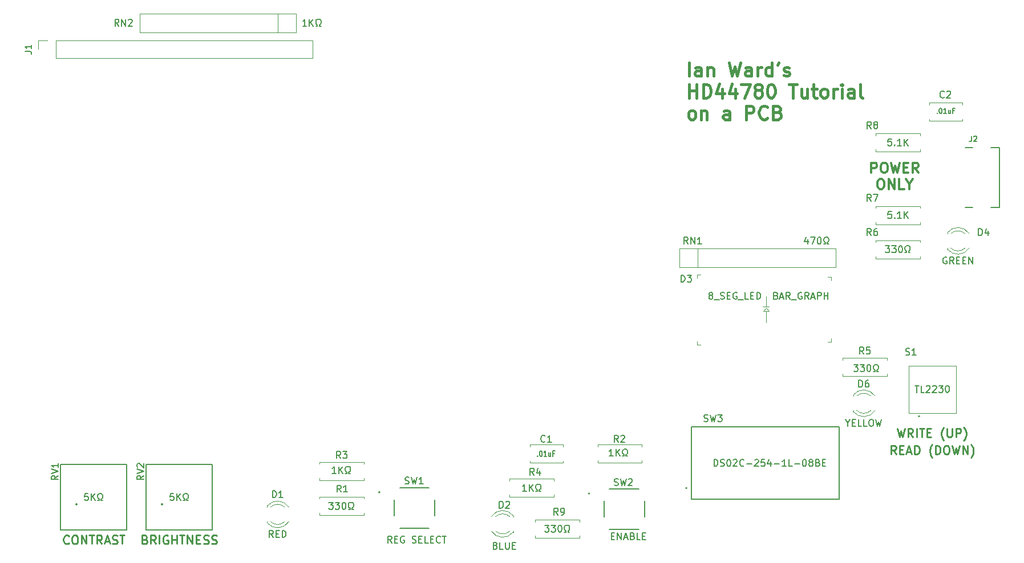
<source format=gto>
%TF.GenerationSoftware,KiCad,Pcbnew,7.0.10*%
%TF.CreationDate,2024-03-20T22:31:54-07:00*%
%TF.ProjectId,hd44780_tutorial,68643434-3738-4305-9f74-75746f726961,1.1*%
%TF.SameCoordinates,Original*%
%TF.FileFunction,Legend,Top*%
%TF.FilePolarity,Positive*%
%FSLAX46Y46*%
G04 Gerber Fmt 4.6, Leading zero omitted, Abs format (unit mm)*
G04 Created by KiCad (PCBNEW 7.0.10) date 2024-03-20 22:31:54*
%MOMM*%
%LPD*%
G01*
G04 APERTURE LIST*
%ADD10C,0.300000*%
%ADD11C,0.400000*%
%ADD12C,0.150000*%
%ADD13C,0.200000*%
%ADD14C,0.254000*%
%ADD15C,0.127000*%
%ADD16C,0.120000*%
%ADD17C,0.152400*%
%ADD18C,0.100000*%
G04 APERTURE END LIST*
D10*
X199227713Y-70537828D02*
X199227713Y-69037828D01*
X199227713Y-69037828D02*
X199799142Y-69037828D01*
X199799142Y-69037828D02*
X199941999Y-69109257D01*
X199941999Y-69109257D02*
X200013428Y-69180685D01*
X200013428Y-69180685D02*
X200084856Y-69323542D01*
X200084856Y-69323542D02*
X200084856Y-69537828D01*
X200084856Y-69537828D02*
X200013428Y-69680685D01*
X200013428Y-69680685D02*
X199941999Y-69752114D01*
X199941999Y-69752114D02*
X199799142Y-69823542D01*
X199799142Y-69823542D02*
X199227713Y-69823542D01*
X201013428Y-69037828D02*
X201299142Y-69037828D01*
X201299142Y-69037828D02*
X201441999Y-69109257D01*
X201441999Y-69109257D02*
X201584856Y-69252114D01*
X201584856Y-69252114D02*
X201656285Y-69537828D01*
X201656285Y-69537828D02*
X201656285Y-70037828D01*
X201656285Y-70037828D02*
X201584856Y-70323542D01*
X201584856Y-70323542D02*
X201441999Y-70466400D01*
X201441999Y-70466400D02*
X201299142Y-70537828D01*
X201299142Y-70537828D02*
X201013428Y-70537828D01*
X201013428Y-70537828D02*
X200870571Y-70466400D01*
X200870571Y-70466400D02*
X200727713Y-70323542D01*
X200727713Y-70323542D02*
X200656285Y-70037828D01*
X200656285Y-70037828D02*
X200656285Y-69537828D01*
X200656285Y-69537828D02*
X200727713Y-69252114D01*
X200727713Y-69252114D02*
X200870571Y-69109257D01*
X200870571Y-69109257D02*
X201013428Y-69037828D01*
X202156285Y-69037828D02*
X202513428Y-70537828D01*
X202513428Y-70537828D02*
X202799142Y-69466400D01*
X202799142Y-69466400D02*
X203084857Y-70537828D01*
X203084857Y-70537828D02*
X203442000Y-69037828D01*
X204013428Y-69752114D02*
X204513428Y-69752114D01*
X204727714Y-70537828D02*
X204013428Y-70537828D01*
X204013428Y-70537828D02*
X204013428Y-69037828D01*
X204013428Y-69037828D02*
X204727714Y-69037828D01*
X206227714Y-70537828D02*
X205727714Y-69823542D01*
X205370571Y-70537828D02*
X205370571Y-69037828D01*
X205370571Y-69037828D02*
X205942000Y-69037828D01*
X205942000Y-69037828D02*
X206084857Y-69109257D01*
X206084857Y-69109257D02*
X206156286Y-69180685D01*
X206156286Y-69180685D02*
X206227714Y-69323542D01*
X206227714Y-69323542D02*
X206227714Y-69537828D01*
X206227714Y-69537828D02*
X206156286Y-69680685D01*
X206156286Y-69680685D02*
X206084857Y-69752114D01*
X206084857Y-69752114D02*
X205942000Y-69823542D01*
X205942000Y-69823542D02*
X205370571Y-69823542D01*
X200513428Y-71452828D02*
X200799142Y-71452828D01*
X200799142Y-71452828D02*
X200941999Y-71524257D01*
X200941999Y-71524257D02*
X201084856Y-71667114D01*
X201084856Y-71667114D02*
X201156285Y-71952828D01*
X201156285Y-71952828D02*
X201156285Y-72452828D01*
X201156285Y-72452828D02*
X201084856Y-72738542D01*
X201084856Y-72738542D02*
X200941999Y-72881400D01*
X200941999Y-72881400D02*
X200799142Y-72952828D01*
X200799142Y-72952828D02*
X200513428Y-72952828D01*
X200513428Y-72952828D02*
X200370571Y-72881400D01*
X200370571Y-72881400D02*
X200227713Y-72738542D01*
X200227713Y-72738542D02*
X200156285Y-72452828D01*
X200156285Y-72452828D02*
X200156285Y-71952828D01*
X200156285Y-71952828D02*
X200227713Y-71667114D01*
X200227713Y-71667114D02*
X200370571Y-71524257D01*
X200370571Y-71524257D02*
X200513428Y-71452828D01*
X201799142Y-72952828D02*
X201799142Y-71452828D01*
X201799142Y-71452828D02*
X202656285Y-72952828D01*
X202656285Y-72952828D02*
X202656285Y-71452828D01*
X204084857Y-72952828D02*
X203370571Y-72952828D01*
X203370571Y-72952828D02*
X203370571Y-71452828D01*
X204870572Y-72238542D02*
X204870572Y-72952828D01*
X204370572Y-71452828D02*
X204870572Y-72238542D01*
X204870572Y-72238542D02*
X205370572Y-71452828D01*
D11*
X172189347Y-56159438D02*
X172189347Y-54159438D01*
X173998871Y-56159438D02*
X173998871Y-55111819D01*
X173998871Y-55111819D02*
X173903633Y-54921342D01*
X173903633Y-54921342D02*
X173713157Y-54826104D01*
X173713157Y-54826104D02*
X173332204Y-54826104D01*
X173332204Y-54826104D02*
X173141728Y-54921342D01*
X173998871Y-56064200D02*
X173808395Y-56159438D01*
X173808395Y-56159438D02*
X173332204Y-56159438D01*
X173332204Y-56159438D02*
X173141728Y-56064200D01*
X173141728Y-56064200D02*
X173046490Y-55873723D01*
X173046490Y-55873723D02*
X173046490Y-55683247D01*
X173046490Y-55683247D02*
X173141728Y-55492771D01*
X173141728Y-55492771D02*
X173332204Y-55397533D01*
X173332204Y-55397533D02*
X173808395Y-55397533D01*
X173808395Y-55397533D02*
X173998871Y-55302295D01*
X174951252Y-54826104D02*
X174951252Y-56159438D01*
X174951252Y-55016580D02*
X175046490Y-54921342D01*
X175046490Y-54921342D02*
X175236966Y-54826104D01*
X175236966Y-54826104D02*
X175522681Y-54826104D01*
X175522681Y-54826104D02*
X175713157Y-54921342D01*
X175713157Y-54921342D02*
X175808395Y-55111819D01*
X175808395Y-55111819D02*
X175808395Y-56159438D01*
X178094110Y-54159438D02*
X178570300Y-56159438D01*
X178570300Y-56159438D02*
X178951253Y-54730866D01*
X178951253Y-54730866D02*
X179332205Y-56159438D01*
X179332205Y-56159438D02*
X179808396Y-54159438D01*
X181427443Y-56159438D02*
X181427443Y-55111819D01*
X181427443Y-55111819D02*
X181332205Y-54921342D01*
X181332205Y-54921342D02*
X181141729Y-54826104D01*
X181141729Y-54826104D02*
X180760776Y-54826104D01*
X180760776Y-54826104D02*
X180570300Y-54921342D01*
X181427443Y-56064200D02*
X181236967Y-56159438D01*
X181236967Y-56159438D02*
X180760776Y-56159438D01*
X180760776Y-56159438D02*
X180570300Y-56064200D01*
X180570300Y-56064200D02*
X180475062Y-55873723D01*
X180475062Y-55873723D02*
X180475062Y-55683247D01*
X180475062Y-55683247D02*
X180570300Y-55492771D01*
X180570300Y-55492771D02*
X180760776Y-55397533D01*
X180760776Y-55397533D02*
X181236967Y-55397533D01*
X181236967Y-55397533D02*
X181427443Y-55302295D01*
X182379824Y-56159438D02*
X182379824Y-54826104D01*
X182379824Y-55207057D02*
X182475062Y-55016580D01*
X182475062Y-55016580D02*
X182570300Y-54921342D01*
X182570300Y-54921342D02*
X182760776Y-54826104D01*
X182760776Y-54826104D02*
X182951253Y-54826104D01*
X184475062Y-56159438D02*
X184475062Y-54159438D01*
X184475062Y-56064200D02*
X184284586Y-56159438D01*
X184284586Y-56159438D02*
X183903633Y-56159438D01*
X183903633Y-56159438D02*
X183713157Y-56064200D01*
X183713157Y-56064200D02*
X183617919Y-55968961D01*
X183617919Y-55968961D02*
X183522681Y-55778485D01*
X183522681Y-55778485D02*
X183522681Y-55207057D01*
X183522681Y-55207057D02*
X183617919Y-55016580D01*
X183617919Y-55016580D02*
X183713157Y-54921342D01*
X183713157Y-54921342D02*
X183903633Y-54826104D01*
X183903633Y-54826104D02*
X184284586Y-54826104D01*
X184284586Y-54826104D02*
X184475062Y-54921342D01*
X185522681Y-54159438D02*
X185332205Y-54540390D01*
X186284586Y-56064200D02*
X186475062Y-56159438D01*
X186475062Y-56159438D02*
X186856014Y-56159438D01*
X186856014Y-56159438D02*
X187046491Y-56064200D01*
X187046491Y-56064200D02*
X187141729Y-55873723D01*
X187141729Y-55873723D02*
X187141729Y-55778485D01*
X187141729Y-55778485D02*
X187046491Y-55588009D01*
X187046491Y-55588009D02*
X186856014Y-55492771D01*
X186856014Y-55492771D02*
X186570300Y-55492771D01*
X186570300Y-55492771D02*
X186379824Y-55397533D01*
X186379824Y-55397533D02*
X186284586Y-55207057D01*
X186284586Y-55207057D02*
X186284586Y-55111819D01*
X186284586Y-55111819D02*
X186379824Y-54921342D01*
X186379824Y-54921342D02*
X186570300Y-54826104D01*
X186570300Y-54826104D02*
X186856014Y-54826104D01*
X186856014Y-54826104D02*
X187046491Y-54921342D01*
X172189347Y-59379438D02*
X172189347Y-57379438D01*
X172189347Y-58331819D02*
X173332204Y-58331819D01*
X173332204Y-59379438D02*
X173332204Y-57379438D01*
X174284585Y-59379438D02*
X174284585Y-57379438D01*
X174284585Y-57379438D02*
X174760775Y-57379438D01*
X174760775Y-57379438D02*
X175046490Y-57474676D01*
X175046490Y-57474676D02*
X175236966Y-57665152D01*
X175236966Y-57665152D02*
X175332204Y-57855628D01*
X175332204Y-57855628D02*
X175427442Y-58236580D01*
X175427442Y-58236580D02*
X175427442Y-58522295D01*
X175427442Y-58522295D02*
X175332204Y-58903247D01*
X175332204Y-58903247D02*
X175236966Y-59093723D01*
X175236966Y-59093723D02*
X175046490Y-59284200D01*
X175046490Y-59284200D02*
X174760775Y-59379438D01*
X174760775Y-59379438D02*
X174284585Y-59379438D01*
X177141728Y-58046104D02*
X177141728Y-59379438D01*
X176665537Y-57284200D02*
X176189347Y-58712771D01*
X176189347Y-58712771D02*
X177427442Y-58712771D01*
X179046490Y-58046104D02*
X179046490Y-59379438D01*
X178570299Y-57284200D02*
X178094109Y-58712771D01*
X178094109Y-58712771D02*
X179332204Y-58712771D01*
X179903633Y-57379438D02*
X181236966Y-57379438D01*
X181236966Y-57379438D02*
X180379823Y-59379438D01*
X182284585Y-58236580D02*
X182094109Y-58141342D01*
X182094109Y-58141342D02*
X181998871Y-58046104D01*
X181998871Y-58046104D02*
X181903633Y-57855628D01*
X181903633Y-57855628D02*
X181903633Y-57760390D01*
X181903633Y-57760390D02*
X181998871Y-57569914D01*
X181998871Y-57569914D02*
X182094109Y-57474676D01*
X182094109Y-57474676D02*
X182284585Y-57379438D01*
X182284585Y-57379438D02*
X182665538Y-57379438D01*
X182665538Y-57379438D02*
X182856014Y-57474676D01*
X182856014Y-57474676D02*
X182951252Y-57569914D01*
X182951252Y-57569914D02*
X183046490Y-57760390D01*
X183046490Y-57760390D02*
X183046490Y-57855628D01*
X183046490Y-57855628D02*
X182951252Y-58046104D01*
X182951252Y-58046104D02*
X182856014Y-58141342D01*
X182856014Y-58141342D02*
X182665538Y-58236580D01*
X182665538Y-58236580D02*
X182284585Y-58236580D01*
X182284585Y-58236580D02*
X182094109Y-58331819D01*
X182094109Y-58331819D02*
X181998871Y-58427057D01*
X181998871Y-58427057D02*
X181903633Y-58617533D01*
X181903633Y-58617533D02*
X181903633Y-58998485D01*
X181903633Y-58998485D02*
X181998871Y-59188961D01*
X181998871Y-59188961D02*
X182094109Y-59284200D01*
X182094109Y-59284200D02*
X182284585Y-59379438D01*
X182284585Y-59379438D02*
X182665538Y-59379438D01*
X182665538Y-59379438D02*
X182856014Y-59284200D01*
X182856014Y-59284200D02*
X182951252Y-59188961D01*
X182951252Y-59188961D02*
X183046490Y-58998485D01*
X183046490Y-58998485D02*
X183046490Y-58617533D01*
X183046490Y-58617533D02*
X182951252Y-58427057D01*
X182951252Y-58427057D02*
X182856014Y-58331819D01*
X182856014Y-58331819D02*
X182665538Y-58236580D01*
X184284585Y-57379438D02*
X184475062Y-57379438D01*
X184475062Y-57379438D02*
X184665538Y-57474676D01*
X184665538Y-57474676D02*
X184760776Y-57569914D01*
X184760776Y-57569914D02*
X184856014Y-57760390D01*
X184856014Y-57760390D02*
X184951252Y-58141342D01*
X184951252Y-58141342D02*
X184951252Y-58617533D01*
X184951252Y-58617533D02*
X184856014Y-58998485D01*
X184856014Y-58998485D02*
X184760776Y-59188961D01*
X184760776Y-59188961D02*
X184665538Y-59284200D01*
X184665538Y-59284200D02*
X184475062Y-59379438D01*
X184475062Y-59379438D02*
X184284585Y-59379438D01*
X184284585Y-59379438D02*
X184094109Y-59284200D01*
X184094109Y-59284200D02*
X183998871Y-59188961D01*
X183998871Y-59188961D02*
X183903633Y-58998485D01*
X183903633Y-58998485D02*
X183808395Y-58617533D01*
X183808395Y-58617533D02*
X183808395Y-58141342D01*
X183808395Y-58141342D02*
X183903633Y-57760390D01*
X183903633Y-57760390D02*
X183998871Y-57569914D01*
X183998871Y-57569914D02*
X184094109Y-57474676D01*
X184094109Y-57474676D02*
X184284585Y-57379438D01*
X187046491Y-57379438D02*
X188189348Y-57379438D01*
X187617919Y-59379438D02*
X187617919Y-57379438D01*
X189713158Y-58046104D02*
X189713158Y-59379438D01*
X188856015Y-58046104D02*
X188856015Y-59093723D01*
X188856015Y-59093723D02*
X188951253Y-59284200D01*
X188951253Y-59284200D02*
X189141729Y-59379438D01*
X189141729Y-59379438D02*
X189427444Y-59379438D01*
X189427444Y-59379438D02*
X189617920Y-59284200D01*
X189617920Y-59284200D02*
X189713158Y-59188961D01*
X190379825Y-58046104D02*
X191141729Y-58046104D01*
X190665539Y-57379438D02*
X190665539Y-59093723D01*
X190665539Y-59093723D02*
X190760777Y-59284200D01*
X190760777Y-59284200D02*
X190951253Y-59379438D01*
X190951253Y-59379438D02*
X191141729Y-59379438D01*
X192094110Y-59379438D02*
X191903634Y-59284200D01*
X191903634Y-59284200D02*
X191808396Y-59188961D01*
X191808396Y-59188961D02*
X191713158Y-58998485D01*
X191713158Y-58998485D02*
X191713158Y-58427057D01*
X191713158Y-58427057D02*
X191808396Y-58236580D01*
X191808396Y-58236580D02*
X191903634Y-58141342D01*
X191903634Y-58141342D02*
X192094110Y-58046104D01*
X192094110Y-58046104D02*
X192379825Y-58046104D01*
X192379825Y-58046104D02*
X192570301Y-58141342D01*
X192570301Y-58141342D02*
X192665539Y-58236580D01*
X192665539Y-58236580D02*
X192760777Y-58427057D01*
X192760777Y-58427057D02*
X192760777Y-58998485D01*
X192760777Y-58998485D02*
X192665539Y-59188961D01*
X192665539Y-59188961D02*
X192570301Y-59284200D01*
X192570301Y-59284200D02*
X192379825Y-59379438D01*
X192379825Y-59379438D02*
X192094110Y-59379438D01*
X193617920Y-59379438D02*
X193617920Y-58046104D01*
X193617920Y-58427057D02*
X193713158Y-58236580D01*
X193713158Y-58236580D02*
X193808396Y-58141342D01*
X193808396Y-58141342D02*
X193998872Y-58046104D01*
X193998872Y-58046104D02*
X194189349Y-58046104D01*
X194856015Y-59379438D02*
X194856015Y-58046104D01*
X194856015Y-57379438D02*
X194760777Y-57474676D01*
X194760777Y-57474676D02*
X194856015Y-57569914D01*
X194856015Y-57569914D02*
X194951253Y-57474676D01*
X194951253Y-57474676D02*
X194856015Y-57379438D01*
X194856015Y-57379438D02*
X194856015Y-57569914D01*
X196665539Y-59379438D02*
X196665539Y-58331819D01*
X196665539Y-58331819D02*
X196570301Y-58141342D01*
X196570301Y-58141342D02*
X196379825Y-58046104D01*
X196379825Y-58046104D02*
X195998872Y-58046104D01*
X195998872Y-58046104D02*
X195808396Y-58141342D01*
X196665539Y-59284200D02*
X196475063Y-59379438D01*
X196475063Y-59379438D02*
X195998872Y-59379438D01*
X195998872Y-59379438D02*
X195808396Y-59284200D01*
X195808396Y-59284200D02*
X195713158Y-59093723D01*
X195713158Y-59093723D02*
X195713158Y-58903247D01*
X195713158Y-58903247D02*
X195808396Y-58712771D01*
X195808396Y-58712771D02*
X195998872Y-58617533D01*
X195998872Y-58617533D02*
X196475063Y-58617533D01*
X196475063Y-58617533D02*
X196665539Y-58522295D01*
X197903634Y-59379438D02*
X197713158Y-59284200D01*
X197713158Y-59284200D02*
X197617920Y-59093723D01*
X197617920Y-59093723D02*
X197617920Y-57379438D01*
X172475061Y-62599438D02*
X172284585Y-62504200D01*
X172284585Y-62504200D02*
X172189347Y-62408961D01*
X172189347Y-62408961D02*
X172094109Y-62218485D01*
X172094109Y-62218485D02*
X172094109Y-61647057D01*
X172094109Y-61647057D02*
X172189347Y-61456580D01*
X172189347Y-61456580D02*
X172284585Y-61361342D01*
X172284585Y-61361342D02*
X172475061Y-61266104D01*
X172475061Y-61266104D02*
X172760776Y-61266104D01*
X172760776Y-61266104D02*
X172951252Y-61361342D01*
X172951252Y-61361342D02*
X173046490Y-61456580D01*
X173046490Y-61456580D02*
X173141728Y-61647057D01*
X173141728Y-61647057D02*
X173141728Y-62218485D01*
X173141728Y-62218485D02*
X173046490Y-62408961D01*
X173046490Y-62408961D02*
X172951252Y-62504200D01*
X172951252Y-62504200D02*
X172760776Y-62599438D01*
X172760776Y-62599438D02*
X172475061Y-62599438D01*
X173998871Y-61266104D02*
X173998871Y-62599438D01*
X173998871Y-61456580D02*
X174094109Y-61361342D01*
X174094109Y-61361342D02*
X174284585Y-61266104D01*
X174284585Y-61266104D02*
X174570300Y-61266104D01*
X174570300Y-61266104D02*
X174760776Y-61361342D01*
X174760776Y-61361342D02*
X174856014Y-61551819D01*
X174856014Y-61551819D02*
X174856014Y-62599438D01*
X178189348Y-62599438D02*
X178189348Y-61551819D01*
X178189348Y-61551819D02*
X178094110Y-61361342D01*
X178094110Y-61361342D02*
X177903634Y-61266104D01*
X177903634Y-61266104D02*
X177522681Y-61266104D01*
X177522681Y-61266104D02*
X177332205Y-61361342D01*
X178189348Y-62504200D02*
X177998872Y-62599438D01*
X177998872Y-62599438D02*
X177522681Y-62599438D01*
X177522681Y-62599438D02*
X177332205Y-62504200D01*
X177332205Y-62504200D02*
X177236967Y-62313723D01*
X177236967Y-62313723D02*
X177236967Y-62123247D01*
X177236967Y-62123247D02*
X177332205Y-61932771D01*
X177332205Y-61932771D02*
X177522681Y-61837533D01*
X177522681Y-61837533D02*
X177998872Y-61837533D01*
X177998872Y-61837533D02*
X178189348Y-61742295D01*
X180665539Y-62599438D02*
X180665539Y-60599438D01*
X180665539Y-60599438D02*
X181427444Y-60599438D01*
X181427444Y-60599438D02*
X181617920Y-60694676D01*
X181617920Y-60694676D02*
X181713158Y-60789914D01*
X181713158Y-60789914D02*
X181808396Y-60980390D01*
X181808396Y-60980390D02*
X181808396Y-61266104D01*
X181808396Y-61266104D02*
X181713158Y-61456580D01*
X181713158Y-61456580D02*
X181617920Y-61551819D01*
X181617920Y-61551819D02*
X181427444Y-61647057D01*
X181427444Y-61647057D02*
X180665539Y-61647057D01*
X183808396Y-62408961D02*
X183713158Y-62504200D01*
X183713158Y-62504200D02*
X183427444Y-62599438D01*
X183427444Y-62599438D02*
X183236968Y-62599438D01*
X183236968Y-62599438D02*
X182951253Y-62504200D01*
X182951253Y-62504200D02*
X182760777Y-62313723D01*
X182760777Y-62313723D02*
X182665539Y-62123247D01*
X182665539Y-62123247D02*
X182570301Y-61742295D01*
X182570301Y-61742295D02*
X182570301Y-61456580D01*
X182570301Y-61456580D02*
X182665539Y-61075628D01*
X182665539Y-61075628D02*
X182760777Y-60885152D01*
X182760777Y-60885152D02*
X182951253Y-60694676D01*
X182951253Y-60694676D02*
X183236968Y-60599438D01*
X183236968Y-60599438D02*
X183427444Y-60599438D01*
X183427444Y-60599438D02*
X183713158Y-60694676D01*
X183713158Y-60694676D02*
X183808396Y-60789914D01*
X185332206Y-61551819D02*
X185617920Y-61647057D01*
X185617920Y-61647057D02*
X185713158Y-61742295D01*
X185713158Y-61742295D02*
X185808396Y-61932771D01*
X185808396Y-61932771D02*
X185808396Y-62218485D01*
X185808396Y-62218485D02*
X185713158Y-62408961D01*
X185713158Y-62408961D02*
X185617920Y-62504200D01*
X185617920Y-62504200D02*
X185427444Y-62599438D01*
X185427444Y-62599438D02*
X184665539Y-62599438D01*
X184665539Y-62599438D02*
X184665539Y-60599438D01*
X184665539Y-60599438D02*
X185332206Y-60599438D01*
X185332206Y-60599438D02*
X185522682Y-60694676D01*
X185522682Y-60694676D02*
X185617920Y-60789914D01*
X185617920Y-60789914D02*
X185713158Y-60980390D01*
X185713158Y-60980390D02*
X185713158Y-61170866D01*
X185713158Y-61170866D02*
X185617920Y-61361342D01*
X185617920Y-61361342D02*
X185522682Y-61456580D01*
X185522682Y-61456580D02*
X185332206Y-61551819D01*
X185332206Y-61551819D02*
X184665539Y-61551819D01*
D12*
X214113532Y-65094295D02*
X214113532Y-65665723D01*
X214113532Y-65665723D02*
X214076037Y-65780009D01*
X214076037Y-65780009D02*
X214001046Y-65856200D01*
X214001046Y-65856200D02*
X213888560Y-65894295D01*
X213888560Y-65894295D02*
X213813570Y-65894295D01*
X214450990Y-65170485D02*
X214488485Y-65132390D01*
X214488485Y-65132390D02*
X214563476Y-65094295D01*
X214563476Y-65094295D02*
X214750953Y-65094295D01*
X214750953Y-65094295D02*
X214825943Y-65132390D01*
X214825943Y-65132390D02*
X214863439Y-65170485D01*
X214863439Y-65170485D02*
X214900934Y-65246676D01*
X214900934Y-65246676D02*
X214900934Y-65322866D01*
X214900934Y-65322866D02*
X214863439Y-65437152D01*
X214863439Y-65437152D02*
X214413495Y-65894295D01*
X214413495Y-65894295D02*
X214900934Y-65894295D01*
X130061667Y-116712200D02*
X130204524Y-116759819D01*
X130204524Y-116759819D02*
X130442619Y-116759819D01*
X130442619Y-116759819D02*
X130537857Y-116712200D01*
X130537857Y-116712200D02*
X130585476Y-116664580D01*
X130585476Y-116664580D02*
X130633095Y-116569342D01*
X130633095Y-116569342D02*
X130633095Y-116474104D01*
X130633095Y-116474104D02*
X130585476Y-116378866D01*
X130585476Y-116378866D02*
X130537857Y-116331247D01*
X130537857Y-116331247D02*
X130442619Y-116283628D01*
X130442619Y-116283628D02*
X130252143Y-116236009D01*
X130252143Y-116236009D02*
X130156905Y-116188390D01*
X130156905Y-116188390D02*
X130109286Y-116140771D01*
X130109286Y-116140771D02*
X130061667Y-116045533D01*
X130061667Y-116045533D02*
X130061667Y-115950295D01*
X130061667Y-115950295D02*
X130109286Y-115855057D01*
X130109286Y-115855057D02*
X130156905Y-115807438D01*
X130156905Y-115807438D02*
X130252143Y-115759819D01*
X130252143Y-115759819D02*
X130490238Y-115759819D01*
X130490238Y-115759819D02*
X130633095Y-115807438D01*
X130966429Y-115759819D02*
X131204524Y-116759819D01*
X131204524Y-116759819D02*
X131395000Y-116045533D01*
X131395000Y-116045533D02*
X131585476Y-116759819D01*
X131585476Y-116759819D02*
X131823572Y-115759819D01*
X132728333Y-116759819D02*
X132156905Y-116759819D01*
X132442619Y-116759819D02*
X132442619Y-115759819D01*
X132442619Y-115759819D02*
X132347381Y-115902676D01*
X132347381Y-115902676D02*
X132252143Y-115997914D01*
X132252143Y-115997914D02*
X132156905Y-116045533D01*
D13*
X128059523Y-125512219D02*
X127726190Y-125036028D01*
X127488095Y-125512219D02*
X127488095Y-124512219D01*
X127488095Y-124512219D02*
X127869047Y-124512219D01*
X127869047Y-124512219D02*
X127964285Y-124559838D01*
X127964285Y-124559838D02*
X128011904Y-124607457D01*
X128011904Y-124607457D02*
X128059523Y-124702695D01*
X128059523Y-124702695D02*
X128059523Y-124845552D01*
X128059523Y-124845552D02*
X128011904Y-124940790D01*
X128011904Y-124940790D02*
X127964285Y-124988409D01*
X127964285Y-124988409D02*
X127869047Y-125036028D01*
X127869047Y-125036028D02*
X127488095Y-125036028D01*
X128488095Y-124988409D02*
X128821428Y-124988409D01*
X128964285Y-125512219D02*
X128488095Y-125512219D01*
X128488095Y-125512219D02*
X128488095Y-124512219D01*
X128488095Y-124512219D02*
X128964285Y-124512219D01*
X129916666Y-124559838D02*
X129821428Y-124512219D01*
X129821428Y-124512219D02*
X129678571Y-124512219D01*
X129678571Y-124512219D02*
X129535714Y-124559838D01*
X129535714Y-124559838D02*
X129440476Y-124655076D01*
X129440476Y-124655076D02*
X129392857Y-124750314D01*
X129392857Y-124750314D02*
X129345238Y-124940790D01*
X129345238Y-124940790D02*
X129345238Y-125083647D01*
X129345238Y-125083647D02*
X129392857Y-125274123D01*
X129392857Y-125274123D02*
X129440476Y-125369361D01*
X129440476Y-125369361D02*
X129535714Y-125464600D01*
X129535714Y-125464600D02*
X129678571Y-125512219D01*
X129678571Y-125512219D02*
X129773809Y-125512219D01*
X129773809Y-125512219D02*
X129916666Y-125464600D01*
X129916666Y-125464600D02*
X129964285Y-125416980D01*
X129964285Y-125416980D02*
X129964285Y-125083647D01*
X129964285Y-125083647D02*
X129773809Y-125083647D01*
X131107143Y-125464600D02*
X131250000Y-125512219D01*
X131250000Y-125512219D02*
X131488095Y-125512219D01*
X131488095Y-125512219D02*
X131583333Y-125464600D01*
X131583333Y-125464600D02*
X131630952Y-125416980D01*
X131630952Y-125416980D02*
X131678571Y-125321742D01*
X131678571Y-125321742D02*
X131678571Y-125226504D01*
X131678571Y-125226504D02*
X131630952Y-125131266D01*
X131630952Y-125131266D02*
X131583333Y-125083647D01*
X131583333Y-125083647D02*
X131488095Y-125036028D01*
X131488095Y-125036028D02*
X131297619Y-124988409D01*
X131297619Y-124988409D02*
X131202381Y-124940790D01*
X131202381Y-124940790D02*
X131154762Y-124893171D01*
X131154762Y-124893171D02*
X131107143Y-124797933D01*
X131107143Y-124797933D02*
X131107143Y-124702695D01*
X131107143Y-124702695D02*
X131154762Y-124607457D01*
X131154762Y-124607457D02*
X131202381Y-124559838D01*
X131202381Y-124559838D02*
X131297619Y-124512219D01*
X131297619Y-124512219D02*
X131535714Y-124512219D01*
X131535714Y-124512219D02*
X131678571Y-124559838D01*
X132107143Y-124988409D02*
X132440476Y-124988409D01*
X132583333Y-125512219D02*
X132107143Y-125512219D01*
X132107143Y-125512219D02*
X132107143Y-124512219D01*
X132107143Y-124512219D02*
X132583333Y-124512219D01*
X133488095Y-125512219D02*
X133011905Y-125512219D01*
X133011905Y-125512219D02*
X133011905Y-124512219D01*
X133821429Y-124988409D02*
X134154762Y-124988409D01*
X134297619Y-125512219D02*
X133821429Y-125512219D01*
X133821429Y-125512219D02*
X133821429Y-124512219D01*
X133821429Y-124512219D02*
X134297619Y-124512219D01*
X135297619Y-125416980D02*
X135250000Y-125464600D01*
X135250000Y-125464600D02*
X135107143Y-125512219D01*
X135107143Y-125512219D02*
X135011905Y-125512219D01*
X135011905Y-125512219D02*
X134869048Y-125464600D01*
X134869048Y-125464600D02*
X134773810Y-125369361D01*
X134773810Y-125369361D02*
X134726191Y-125274123D01*
X134726191Y-125274123D02*
X134678572Y-125083647D01*
X134678572Y-125083647D02*
X134678572Y-124940790D01*
X134678572Y-124940790D02*
X134726191Y-124750314D01*
X134726191Y-124750314D02*
X134773810Y-124655076D01*
X134773810Y-124655076D02*
X134869048Y-124559838D01*
X134869048Y-124559838D02*
X135011905Y-124512219D01*
X135011905Y-124512219D02*
X135107143Y-124512219D01*
X135107143Y-124512219D02*
X135250000Y-124559838D01*
X135250000Y-124559838D02*
X135297619Y-124607457D01*
X135583334Y-124512219D02*
X136154762Y-124512219D01*
X135869048Y-125512219D02*
X135869048Y-124512219D01*
D12*
X149185333Y-115432819D02*
X148852000Y-114956628D01*
X148613905Y-115432819D02*
X148613905Y-114432819D01*
X148613905Y-114432819D02*
X148994857Y-114432819D01*
X148994857Y-114432819D02*
X149090095Y-114480438D01*
X149090095Y-114480438D02*
X149137714Y-114528057D01*
X149137714Y-114528057D02*
X149185333Y-114623295D01*
X149185333Y-114623295D02*
X149185333Y-114766152D01*
X149185333Y-114766152D02*
X149137714Y-114861390D01*
X149137714Y-114861390D02*
X149090095Y-114909009D01*
X149090095Y-114909009D02*
X148994857Y-114956628D01*
X148994857Y-114956628D02*
X148613905Y-114956628D01*
X150042476Y-114766152D02*
X150042476Y-115432819D01*
X149804381Y-114385200D02*
X149566286Y-115099485D01*
X149566286Y-115099485D02*
X150185333Y-115099485D01*
X148058285Y-117802819D02*
X147486857Y-117802819D01*
X147772571Y-117802819D02*
X147772571Y-116802819D01*
X147772571Y-116802819D02*
X147677333Y-116945676D01*
X147677333Y-116945676D02*
X147582095Y-117040914D01*
X147582095Y-117040914D02*
X147486857Y-117088533D01*
X148486857Y-117802819D02*
X148486857Y-116802819D01*
X149058285Y-117802819D02*
X148629714Y-117231390D01*
X149058285Y-116802819D02*
X148486857Y-117374247D01*
X149439238Y-117802819D02*
X149677333Y-117802819D01*
X149677333Y-117802819D02*
X149677333Y-117612342D01*
X149677333Y-117612342D02*
X149582095Y-117564723D01*
X149582095Y-117564723D02*
X149486857Y-117469485D01*
X149486857Y-117469485D02*
X149439238Y-117326628D01*
X149439238Y-117326628D02*
X149439238Y-117088533D01*
X149439238Y-117088533D02*
X149486857Y-116945676D01*
X149486857Y-116945676D02*
X149582095Y-116850438D01*
X149582095Y-116850438D02*
X149724952Y-116802819D01*
X149724952Y-116802819D02*
X149915428Y-116802819D01*
X149915428Y-116802819D02*
X150058285Y-116850438D01*
X150058285Y-116850438D02*
X150153523Y-116945676D01*
X150153523Y-116945676D02*
X150201142Y-117088533D01*
X150201142Y-117088533D02*
X150201142Y-117326628D01*
X150201142Y-117326628D02*
X150153523Y-117469485D01*
X150153523Y-117469485D02*
X150058285Y-117564723D01*
X150058285Y-117564723D02*
X149963047Y-117612342D01*
X149963047Y-117612342D02*
X149963047Y-117802819D01*
X149963047Y-117802819D02*
X150201142Y-117802819D01*
X78559819Y-115530238D02*
X78083628Y-115863571D01*
X78559819Y-116101666D02*
X77559819Y-116101666D01*
X77559819Y-116101666D02*
X77559819Y-115720714D01*
X77559819Y-115720714D02*
X77607438Y-115625476D01*
X77607438Y-115625476D02*
X77655057Y-115577857D01*
X77655057Y-115577857D02*
X77750295Y-115530238D01*
X77750295Y-115530238D02*
X77893152Y-115530238D01*
X77893152Y-115530238D02*
X77988390Y-115577857D01*
X77988390Y-115577857D02*
X78036009Y-115625476D01*
X78036009Y-115625476D02*
X78083628Y-115720714D01*
X78083628Y-115720714D02*
X78083628Y-116101666D01*
X77559819Y-115244523D02*
X78559819Y-114911190D01*
X78559819Y-114911190D02*
X77559819Y-114577857D01*
X78559819Y-113720714D02*
X78559819Y-114292142D01*
X78559819Y-114006428D02*
X77559819Y-114006428D01*
X77559819Y-114006428D02*
X77702676Y-114101666D01*
X77702676Y-114101666D02*
X77797914Y-114196904D01*
X77797914Y-114196904D02*
X77845533Y-114292142D01*
X82986666Y-118187119D02*
X82510476Y-118187119D01*
X82510476Y-118187119D02*
X82462857Y-118663309D01*
X82462857Y-118663309D02*
X82510476Y-118615690D01*
X82510476Y-118615690D02*
X82605714Y-118568071D01*
X82605714Y-118568071D02*
X82843809Y-118568071D01*
X82843809Y-118568071D02*
X82939047Y-118615690D01*
X82939047Y-118615690D02*
X82986666Y-118663309D01*
X82986666Y-118663309D02*
X83034285Y-118758547D01*
X83034285Y-118758547D02*
X83034285Y-118996642D01*
X83034285Y-118996642D02*
X82986666Y-119091880D01*
X82986666Y-119091880D02*
X82939047Y-119139500D01*
X82939047Y-119139500D02*
X82843809Y-119187119D01*
X82843809Y-119187119D02*
X82605714Y-119187119D01*
X82605714Y-119187119D02*
X82510476Y-119139500D01*
X82510476Y-119139500D02*
X82462857Y-119091880D01*
X83462857Y-119187119D02*
X83462857Y-118187119D01*
X84034285Y-119187119D02*
X83605714Y-118615690D01*
X84034285Y-118187119D02*
X83462857Y-118758547D01*
X84415238Y-119187119D02*
X84653333Y-119187119D01*
X84653333Y-119187119D02*
X84653333Y-118996642D01*
X84653333Y-118996642D02*
X84558095Y-118949023D01*
X84558095Y-118949023D02*
X84462857Y-118853785D01*
X84462857Y-118853785D02*
X84415238Y-118710928D01*
X84415238Y-118710928D02*
X84415238Y-118472833D01*
X84415238Y-118472833D02*
X84462857Y-118329976D01*
X84462857Y-118329976D02*
X84558095Y-118234738D01*
X84558095Y-118234738D02*
X84700952Y-118187119D01*
X84700952Y-118187119D02*
X84891428Y-118187119D01*
X84891428Y-118187119D02*
X85034285Y-118234738D01*
X85034285Y-118234738D02*
X85129523Y-118329976D01*
X85129523Y-118329976D02*
X85177142Y-118472833D01*
X85177142Y-118472833D02*
X85177142Y-118710928D01*
X85177142Y-118710928D02*
X85129523Y-118853785D01*
X85129523Y-118853785D02*
X85034285Y-118949023D01*
X85034285Y-118949023D02*
X84939047Y-118996642D01*
X84939047Y-118996642D02*
X84939047Y-119187119D01*
X84939047Y-119187119D02*
X85177142Y-119187119D01*
D14*
X80130953Y-125548365D02*
X80070477Y-125608842D01*
X80070477Y-125608842D02*
X79889048Y-125669318D01*
X79889048Y-125669318D02*
X79768096Y-125669318D01*
X79768096Y-125669318D02*
X79586667Y-125608842D01*
X79586667Y-125608842D02*
X79465715Y-125487889D01*
X79465715Y-125487889D02*
X79405238Y-125366937D01*
X79405238Y-125366937D02*
X79344762Y-125125032D01*
X79344762Y-125125032D02*
X79344762Y-124943603D01*
X79344762Y-124943603D02*
X79405238Y-124701699D01*
X79405238Y-124701699D02*
X79465715Y-124580746D01*
X79465715Y-124580746D02*
X79586667Y-124459794D01*
X79586667Y-124459794D02*
X79768096Y-124399318D01*
X79768096Y-124399318D02*
X79889048Y-124399318D01*
X79889048Y-124399318D02*
X80070477Y-124459794D01*
X80070477Y-124459794D02*
X80130953Y-124520270D01*
X80917143Y-124399318D02*
X81159048Y-124399318D01*
X81159048Y-124399318D02*
X81280000Y-124459794D01*
X81280000Y-124459794D02*
X81400953Y-124580746D01*
X81400953Y-124580746D02*
X81461429Y-124822651D01*
X81461429Y-124822651D02*
X81461429Y-125245984D01*
X81461429Y-125245984D02*
X81400953Y-125487889D01*
X81400953Y-125487889D02*
X81280000Y-125608842D01*
X81280000Y-125608842D02*
X81159048Y-125669318D01*
X81159048Y-125669318D02*
X80917143Y-125669318D01*
X80917143Y-125669318D02*
X80796191Y-125608842D01*
X80796191Y-125608842D02*
X80675238Y-125487889D01*
X80675238Y-125487889D02*
X80614762Y-125245984D01*
X80614762Y-125245984D02*
X80614762Y-124822651D01*
X80614762Y-124822651D02*
X80675238Y-124580746D01*
X80675238Y-124580746D02*
X80796191Y-124459794D01*
X80796191Y-124459794D02*
X80917143Y-124399318D01*
X82005714Y-125669318D02*
X82005714Y-124399318D01*
X82005714Y-124399318D02*
X82731429Y-125669318D01*
X82731429Y-125669318D02*
X82731429Y-124399318D01*
X83154762Y-124399318D02*
X83880476Y-124399318D01*
X83517619Y-125669318D02*
X83517619Y-124399318D01*
X85029524Y-125669318D02*
X84606190Y-125064556D01*
X84303809Y-125669318D02*
X84303809Y-124399318D01*
X84303809Y-124399318D02*
X84787619Y-124399318D01*
X84787619Y-124399318D02*
X84908571Y-124459794D01*
X84908571Y-124459794D02*
X84969048Y-124520270D01*
X84969048Y-124520270D02*
X85029524Y-124641222D01*
X85029524Y-124641222D02*
X85029524Y-124822651D01*
X85029524Y-124822651D02*
X84969048Y-124943603D01*
X84969048Y-124943603D02*
X84908571Y-125004080D01*
X84908571Y-125004080D02*
X84787619Y-125064556D01*
X84787619Y-125064556D02*
X84303809Y-125064556D01*
X85513333Y-125306461D02*
X86118095Y-125306461D01*
X85392381Y-125669318D02*
X85815714Y-124399318D01*
X85815714Y-124399318D02*
X86239048Y-125669318D01*
X86601904Y-125608842D02*
X86783333Y-125669318D01*
X86783333Y-125669318D02*
X87085714Y-125669318D01*
X87085714Y-125669318D02*
X87206666Y-125608842D01*
X87206666Y-125608842D02*
X87267142Y-125548365D01*
X87267142Y-125548365D02*
X87327619Y-125427413D01*
X87327619Y-125427413D02*
X87327619Y-125306461D01*
X87327619Y-125306461D02*
X87267142Y-125185508D01*
X87267142Y-125185508D02*
X87206666Y-125125032D01*
X87206666Y-125125032D02*
X87085714Y-125064556D01*
X87085714Y-125064556D02*
X86843809Y-125004080D01*
X86843809Y-125004080D02*
X86722857Y-124943603D01*
X86722857Y-124943603D02*
X86662380Y-124883127D01*
X86662380Y-124883127D02*
X86601904Y-124762175D01*
X86601904Y-124762175D02*
X86601904Y-124641222D01*
X86601904Y-124641222D02*
X86662380Y-124520270D01*
X86662380Y-124520270D02*
X86722857Y-124459794D01*
X86722857Y-124459794D02*
X86843809Y-124399318D01*
X86843809Y-124399318D02*
X87146190Y-124399318D01*
X87146190Y-124399318D02*
X87327619Y-124459794D01*
X87690476Y-124399318D02*
X88416190Y-124399318D01*
X88053333Y-125669318D02*
X88053333Y-124399318D01*
D12*
X161678333Y-110552819D02*
X161345000Y-110076628D01*
X161106905Y-110552819D02*
X161106905Y-109552819D01*
X161106905Y-109552819D02*
X161487857Y-109552819D01*
X161487857Y-109552819D02*
X161583095Y-109600438D01*
X161583095Y-109600438D02*
X161630714Y-109648057D01*
X161630714Y-109648057D02*
X161678333Y-109743295D01*
X161678333Y-109743295D02*
X161678333Y-109886152D01*
X161678333Y-109886152D02*
X161630714Y-109981390D01*
X161630714Y-109981390D02*
X161583095Y-110029009D01*
X161583095Y-110029009D02*
X161487857Y-110076628D01*
X161487857Y-110076628D02*
X161106905Y-110076628D01*
X162059286Y-109648057D02*
X162106905Y-109600438D01*
X162106905Y-109600438D02*
X162202143Y-109552819D01*
X162202143Y-109552819D02*
X162440238Y-109552819D01*
X162440238Y-109552819D02*
X162535476Y-109600438D01*
X162535476Y-109600438D02*
X162583095Y-109648057D01*
X162583095Y-109648057D02*
X162630714Y-109743295D01*
X162630714Y-109743295D02*
X162630714Y-109838533D01*
X162630714Y-109838533D02*
X162583095Y-109981390D01*
X162583095Y-109981390D02*
X162011667Y-110552819D01*
X162011667Y-110552819D02*
X162630714Y-110552819D01*
X160929285Y-112602819D02*
X160357857Y-112602819D01*
X160643571Y-112602819D02*
X160643571Y-111602819D01*
X160643571Y-111602819D02*
X160548333Y-111745676D01*
X160548333Y-111745676D02*
X160453095Y-111840914D01*
X160453095Y-111840914D02*
X160357857Y-111888533D01*
X161357857Y-112602819D02*
X161357857Y-111602819D01*
X161929285Y-112602819D02*
X161500714Y-112031390D01*
X161929285Y-111602819D02*
X161357857Y-112174247D01*
X162310238Y-112602819D02*
X162548333Y-112602819D01*
X162548333Y-112602819D02*
X162548333Y-112412342D01*
X162548333Y-112412342D02*
X162453095Y-112364723D01*
X162453095Y-112364723D02*
X162357857Y-112269485D01*
X162357857Y-112269485D02*
X162310238Y-112126628D01*
X162310238Y-112126628D02*
X162310238Y-111888533D01*
X162310238Y-111888533D02*
X162357857Y-111745676D01*
X162357857Y-111745676D02*
X162453095Y-111650438D01*
X162453095Y-111650438D02*
X162595952Y-111602819D01*
X162595952Y-111602819D02*
X162786428Y-111602819D01*
X162786428Y-111602819D02*
X162929285Y-111650438D01*
X162929285Y-111650438D02*
X163024523Y-111745676D01*
X163024523Y-111745676D02*
X163072142Y-111888533D01*
X163072142Y-111888533D02*
X163072142Y-112126628D01*
X163072142Y-112126628D02*
X163024523Y-112269485D01*
X163024523Y-112269485D02*
X162929285Y-112364723D01*
X162929285Y-112364723D02*
X162834047Y-112412342D01*
X162834047Y-112412342D02*
X162834047Y-112602819D01*
X162834047Y-112602819D02*
X163072142Y-112602819D01*
X150818333Y-110437580D02*
X150770714Y-110485200D01*
X150770714Y-110485200D02*
X150627857Y-110532819D01*
X150627857Y-110532819D02*
X150532619Y-110532819D01*
X150532619Y-110532819D02*
X150389762Y-110485200D01*
X150389762Y-110485200D02*
X150294524Y-110389961D01*
X150294524Y-110389961D02*
X150246905Y-110294723D01*
X150246905Y-110294723D02*
X150199286Y-110104247D01*
X150199286Y-110104247D02*
X150199286Y-109961390D01*
X150199286Y-109961390D02*
X150246905Y-109770914D01*
X150246905Y-109770914D02*
X150294524Y-109675676D01*
X150294524Y-109675676D02*
X150389762Y-109580438D01*
X150389762Y-109580438D02*
X150532619Y-109532819D01*
X150532619Y-109532819D02*
X150627857Y-109532819D01*
X150627857Y-109532819D02*
X150770714Y-109580438D01*
X150770714Y-109580438D02*
X150818333Y-109628057D01*
X151770714Y-110532819D02*
X151199286Y-110532819D01*
X151485000Y-110532819D02*
X151485000Y-109532819D01*
X151485000Y-109532819D02*
X151389762Y-109675676D01*
X151389762Y-109675676D02*
X151294524Y-109770914D01*
X151294524Y-109770914D02*
X151199286Y-109818533D01*
X149701666Y-112564104D02*
X149735000Y-112602200D01*
X149735000Y-112602200D02*
X149701666Y-112640295D01*
X149701666Y-112640295D02*
X149668333Y-112602200D01*
X149668333Y-112602200D02*
X149701666Y-112564104D01*
X149701666Y-112564104D02*
X149701666Y-112640295D01*
X150168333Y-111840295D02*
X150234999Y-111840295D01*
X150234999Y-111840295D02*
X150301666Y-111878390D01*
X150301666Y-111878390D02*
X150334999Y-111916485D01*
X150334999Y-111916485D02*
X150368333Y-111992676D01*
X150368333Y-111992676D02*
X150401666Y-112145057D01*
X150401666Y-112145057D02*
X150401666Y-112335533D01*
X150401666Y-112335533D02*
X150368333Y-112487914D01*
X150368333Y-112487914D02*
X150334999Y-112564104D01*
X150334999Y-112564104D02*
X150301666Y-112602200D01*
X150301666Y-112602200D02*
X150234999Y-112640295D01*
X150234999Y-112640295D02*
X150168333Y-112640295D01*
X150168333Y-112640295D02*
X150101666Y-112602200D01*
X150101666Y-112602200D02*
X150068333Y-112564104D01*
X150068333Y-112564104D02*
X150034999Y-112487914D01*
X150034999Y-112487914D02*
X150001666Y-112335533D01*
X150001666Y-112335533D02*
X150001666Y-112145057D01*
X150001666Y-112145057D02*
X150034999Y-111992676D01*
X150034999Y-111992676D02*
X150068333Y-111916485D01*
X150068333Y-111916485D02*
X150101666Y-111878390D01*
X150101666Y-111878390D02*
X150168333Y-111840295D01*
X151068333Y-112640295D02*
X150668333Y-112640295D01*
X150868333Y-112640295D02*
X150868333Y-111840295D01*
X150868333Y-111840295D02*
X150801666Y-111954580D01*
X150801666Y-111954580D02*
X150735000Y-112030771D01*
X150735000Y-112030771D02*
X150668333Y-112068866D01*
X151668333Y-112106961D02*
X151668333Y-112640295D01*
X151368333Y-112106961D02*
X151368333Y-112526009D01*
X151368333Y-112526009D02*
X151401667Y-112602200D01*
X151401667Y-112602200D02*
X151468333Y-112640295D01*
X151468333Y-112640295D02*
X151568333Y-112640295D01*
X151568333Y-112640295D02*
X151635000Y-112602200D01*
X151635000Y-112602200D02*
X151668333Y-112564104D01*
X152235000Y-112221247D02*
X152001666Y-112221247D01*
X152001666Y-112640295D02*
X152001666Y-111840295D01*
X152001666Y-111840295D02*
X152335000Y-111840295D01*
X110381905Y-118779819D02*
X110381905Y-117779819D01*
X110381905Y-117779819D02*
X110620000Y-117779819D01*
X110620000Y-117779819D02*
X110762857Y-117827438D01*
X110762857Y-117827438D02*
X110858095Y-117922676D01*
X110858095Y-117922676D02*
X110905714Y-118017914D01*
X110905714Y-118017914D02*
X110953333Y-118208390D01*
X110953333Y-118208390D02*
X110953333Y-118351247D01*
X110953333Y-118351247D02*
X110905714Y-118541723D01*
X110905714Y-118541723D02*
X110858095Y-118636961D01*
X110858095Y-118636961D02*
X110762857Y-118732200D01*
X110762857Y-118732200D02*
X110620000Y-118779819D01*
X110620000Y-118779819D02*
X110381905Y-118779819D01*
X111905714Y-118779819D02*
X111334286Y-118779819D01*
X111620000Y-118779819D02*
X111620000Y-117779819D01*
X111620000Y-117779819D02*
X111524762Y-117922676D01*
X111524762Y-117922676D02*
X111429524Y-118017914D01*
X111429524Y-118017914D02*
X111334286Y-118065533D01*
X110477142Y-124699819D02*
X110143809Y-124223628D01*
X109905714Y-124699819D02*
X109905714Y-123699819D01*
X109905714Y-123699819D02*
X110286666Y-123699819D01*
X110286666Y-123699819D02*
X110381904Y-123747438D01*
X110381904Y-123747438D02*
X110429523Y-123795057D01*
X110429523Y-123795057D02*
X110477142Y-123890295D01*
X110477142Y-123890295D02*
X110477142Y-124033152D01*
X110477142Y-124033152D02*
X110429523Y-124128390D01*
X110429523Y-124128390D02*
X110381904Y-124176009D01*
X110381904Y-124176009D02*
X110286666Y-124223628D01*
X110286666Y-124223628D02*
X109905714Y-124223628D01*
X110905714Y-124176009D02*
X111239047Y-124176009D01*
X111381904Y-124699819D02*
X110905714Y-124699819D01*
X110905714Y-124699819D02*
X110905714Y-123699819D01*
X110905714Y-123699819D02*
X111381904Y-123699819D01*
X111810476Y-124699819D02*
X111810476Y-123699819D01*
X111810476Y-123699819D02*
X112048571Y-123699819D01*
X112048571Y-123699819D02*
X112191428Y-123747438D01*
X112191428Y-123747438D02*
X112286666Y-123842676D01*
X112286666Y-123842676D02*
X112334285Y-123937914D01*
X112334285Y-123937914D02*
X112381904Y-124128390D01*
X112381904Y-124128390D02*
X112381904Y-124271247D01*
X112381904Y-124271247D02*
X112334285Y-124461723D01*
X112334285Y-124461723D02*
X112286666Y-124556961D01*
X112286666Y-124556961D02*
X112191428Y-124652200D01*
X112191428Y-124652200D02*
X112048571Y-124699819D01*
X112048571Y-124699819D02*
X111810476Y-124699819D01*
X215166905Y-79829819D02*
X215166905Y-78829819D01*
X215166905Y-78829819D02*
X215405000Y-78829819D01*
X215405000Y-78829819D02*
X215547857Y-78877438D01*
X215547857Y-78877438D02*
X215643095Y-78972676D01*
X215643095Y-78972676D02*
X215690714Y-79067914D01*
X215690714Y-79067914D02*
X215738333Y-79258390D01*
X215738333Y-79258390D02*
X215738333Y-79401247D01*
X215738333Y-79401247D02*
X215690714Y-79591723D01*
X215690714Y-79591723D02*
X215643095Y-79686961D01*
X215643095Y-79686961D02*
X215547857Y-79782200D01*
X215547857Y-79782200D02*
X215405000Y-79829819D01*
X215405000Y-79829819D02*
X215166905Y-79829819D01*
X216595476Y-79163152D02*
X216595476Y-79829819D01*
X216357381Y-78782200D02*
X216119286Y-79496485D01*
X216119286Y-79496485D02*
X216738333Y-79496485D01*
X210423333Y-83107438D02*
X210328095Y-83059819D01*
X210328095Y-83059819D02*
X210185238Y-83059819D01*
X210185238Y-83059819D02*
X210042381Y-83107438D01*
X210042381Y-83107438D02*
X209947143Y-83202676D01*
X209947143Y-83202676D02*
X209899524Y-83297914D01*
X209899524Y-83297914D02*
X209851905Y-83488390D01*
X209851905Y-83488390D02*
X209851905Y-83631247D01*
X209851905Y-83631247D02*
X209899524Y-83821723D01*
X209899524Y-83821723D02*
X209947143Y-83916961D01*
X209947143Y-83916961D02*
X210042381Y-84012200D01*
X210042381Y-84012200D02*
X210185238Y-84059819D01*
X210185238Y-84059819D02*
X210280476Y-84059819D01*
X210280476Y-84059819D02*
X210423333Y-84012200D01*
X210423333Y-84012200D02*
X210470952Y-83964580D01*
X210470952Y-83964580D02*
X210470952Y-83631247D01*
X210470952Y-83631247D02*
X210280476Y-83631247D01*
X211470952Y-84059819D02*
X211137619Y-83583628D01*
X210899524Y-84059819D02*
X210899524Y-83059819D01*
X210899524Y-83059819D02*
X211280476Y-83059819D01*
X211280476Y-83059819D02*
X211375714Y-83107438D01*
X211375714Y-83107438D02*
X211423333Y-83155057D01*
X211423333Y-83155057D02*
X211470952Y-83250295D01*
X211470952Y-83250295D02*
X211470952Y-83393152D01*
X211470952Y-83393152D02*
X211423333Y-83488390D01*
X211423333Y-83488390D02*
X211375714Y-83536009D01*
X211375714Y-83536009D02*
X211280476Y-83583628D01*
X211280476Y-83583628D02*
X210899524Y-83583628D01*
X211899524Y-83536009D02*
X212232857Y-83536009D01*
X212375714Y-84059819D02*
X211899524Y-84059819D01*
X211899524Y-84059819D02*
X211899524Y-83059819D01*
X211899524Y-83059819D02*
X212375714Y-83059819D01*
X212804286Y-83536009D02*
X213137619Y-83536009D01*
X213280476Y-84059819D02*
X212804286Y-84059819D01*
X212804286Y-84059819D02*
X212804286Y-83059819D01*
X212804286Y-83059819D02*
X213280476Y-83059819D01*
X213709048Y-84059819D02*
X213709048Y-83059819D01*
X213709048Y-83059819D02*
X214280476Y-84059819D01*
X214280476Y-84059819D02*
X214280476Y-83059819D01*
X87574523Y-48714819D02*
X87241190Y-48238628D01*
X87003095Y-48714819D02*
X87003095Y-47714819D01*
X87003095Y-47714819D02*
X87384047Y-47714819D01*
X87384047Y-47714819D02*
X87479285Y-47762438D01*
X87479285Y-47762438D02*
X87526904Y-47810057D01*
X87526904Y-47810057D02*
X87574523Y-47905295D01*
X87574523Y-47905295D02*
X87574523Y-48048152D01*
X87574523Y-48048152D02*
X87526904Y-48143390D01*
X87526904Y-48143390D02*
X87479285Y-48191009D01*
X87479285Y-48191009D02*
X87384047Y-48238628D01*
X87384047Y-48238628D02*
X87003095Y-48238628D01*
X88003095Y-48714819D02*
X88003095Y-47714819D01*
X88003095Y-47714819D02*
X88574523Y-48714819D01*
X88574523Y-48714819D02*
X88574523Y-47714819D01*
X89003095Y-47810057D02*
X89050714Y-47762438D01*
X89050714Y-47762438D02*
X89145952Y-47714819D01*
X89145952Y-47714819D02*
X89384047Y-47714819D01*
X89384047Y-47714819D02*
X89479285Y-47762438D01*
X89479285Y-47762438D02*
X89526904Y-47810057D01*
X89526904Y-47810057D02*
X89574523Y-47905295D01*
X89574523Y-47905295D02*
X89574523Y-48000533D01*
X89574523Y-48000533D02*
X89526904Y-48143390D01*
X89526904Y-48143390D02*
X88955476Y-48714819D01*
X88955476Y-48714819D02*
X89574523Y-48714819D01*
X115419285Y-48714819D02*
X114847857Y-48714819D01*
X115133571Y-48714819D02*
X115133571Y-47714819D01*
X115133571Y-47714819D02*
X115038333Y-47857676D01*
X115038333Y-47857676D02*
X114943095Y-47952914D01*
X114943095Y-47952914D02*
X114847857Y-48000533D01*
X115847857Y-48714819D02*
X115847857Y-47714819D01*
X116419285Y-48714819D02*
X115990714Y-48143390D01*
X116419285Y-47714819D02*
X115847857Y-48286247D01*
X116800238Y-48714819D02*
X117038333Y-48714819D01*
X117038333Y-48714819D02*
X117038333Y-48524342D01*
X117038333Y-48524342D02*
X116943095Y-48476723D01*
X116943095Y-48476723D02*
X116847857Y-48381485D01*
X116847857Y-48381485D02*
X116800238Y-48238628D01*
X116800238Y-48238628D02*
X116800238Y-48000533D01*
X116800238Y-48000533D02*
X116847857Y-47857676D01*
X116847857Y-47857676D02*
X116943095Y-47762438D01*
X116943095Y-47762438D02*
X117085952Y-47714819D01*
X117085952Y-47714819D02*
X117276428Y-47714819D01*
X117276428Y-47714819D02*
X117419285Y-47762438D01*
X117419285Y-47762438D02*
X117514523Y-47857676D01*
X117514523Y-47857676D02*
X117562142Y-48000533D01*
X117562142Y-48000533D02*
X117562142Y-48238628D01*
X117562142Y-48238628D02*
X117514523Y-48381485D01*
X117514523Y-48381485D02*
X117419285Y-48476723D01*
X117419285Y-48476723D02*
X117324047Y-48524342D01*
X117324047Y-48524342D02*
X117324047Y-48714819D01*
X117324047Y-48714819D02*
X117562142Y-48714819D01*
X73621419Y-52504933D02*
X74335704Y-52504933D01*
X74335704Y-52504933D02*
X74478561Y-52552552D01*
X74478561Y-52552552D02*
X74573800Y-52647790D01*
X74573800Y-52647790D02*
X74621419Y-52790647D01*
X74621419Y-52790647D02*
X74621419Y-52885885D01*
X74621419Y-51504933D02*
X74621419Y-52076361D01*
X74621419Y-51790647D02*
X73621419Y-51790647D01*
X73621419Y-51790647D02*
X73764276Y-51885885D01*
X73764276Y-51885885D02*
X73859514Y-51981123D01*
X73859514Y-51981123D02*
X73907133Y-52076361D01*
X161106667Y-116937200D02*
X161249524Y-116984819D01*
X161249524Y-116984819D02*
X161487619Y-116984819D01*
X161487619Y-116984819D02*
X161582857Y-116937200D01*
X161582857Y-116937200D02*
X161630476Y-116889580D01*
X161630476Y-116889580D02*
X161678095Y-116794342D01*
X161678095Y-116794342D02*
X161678095Y-116699104D01*
X161678095Y-116699104D02*
X161630476Y-116603866D01*
X161630476Y-116603866D02*
X161582857Y-116556247D01*
X161582857Y-116556247D02*
X161487619Y-116508628D01*
X161487619Y-116508628D02*
X161297143Y-116461009D01*
X161297143Y-116461009D02*
X161201905Y-116413390D01*
X161201905Y-116413390D02*
X161154286Y-116365771D01*
X161154286Y-116365771D02*
X161106667Y-116270533D01*
X161106667Y-116270533D02*
X161106667Y-116175295D01*
X161106667Y-116175295D02*
X161154286Y-116080057D01*
X161154286Y-116080057D02*
X161201905Y-116032438D01*
X161201905Y-116032438D02*
X161297143Y-115984819D01*
X161297143Y-115984819D02*
X161535238Y-115984819D01*
X161535238Y-115984819D02*
X161678095Y-116032438D01*
X162011429Y-115984819D02*
X162249524Y-116984819D01*
X162249524Y-116984819D02*
X162440000Y-116270533D01*
X162440000Y-116270533D02*
X162630476Y-116984819D01*
X162630476Y-116984819D02*
X162868572Y-115984819D01*
X163201905Y-116080057D02*
X163249524Y-116032438D01*
X163249524Y-116032438D02*
X163344762Y-115984819D01*
X163344762Y-115984819D02*
X163582857Y-115984819D01*
X163582857Y-115984819D02*
X163678095Y-116032438D01*
X163678095Y-116032438D02*
X163725714Y-116080057D01*
X163725714Y-116080057D02*
X163773333Y-116175295D01*
X163773333Y-116175295D02*
X163773333Y-116270533D01*
X163773333Y-116270533D02*
X163725714Y-116413390D01*
X163725714Y-116413390D02*
X163154286Y-116984819D01*
X163154286Y-116984819D02*
X163773333Y-116984819D01*
D13*
X160666190Y-124498409D02*
X160999523Y-124498409D01*
X161142380Y-125022219D02*
X160666190Y-125022219D01*
X160666190Y-125022219D02*
X160666190Y-124022219D01*
X160666190Y-124022219D02*
X161142380Y-124022219D01*
X161570952Y-125022219D02*
X161570952Y-124022219D01*
X161570952Y-124022219D02*
X162142380Y-125022219D01*
X162142380Y-125022219D02*
X162142380Y-124022219D01*
X162570952Y-124736504D02*
X163047142Y-124736504D01*
X162475714Y-125022219D02*
X162809047Y-124022219D01*
X162809047Y-124022219D02*
X163142380Y-125022219D01*
X163809047Y-124498409D02*
X163951904Y-124546028D01*
X163951904Y-124546028D02*
X163999523Y-124593647D01*
X163999523Y-124593647D02*
X164047142Y-124688885D01*
X164047142Y-124688885D02*
X164047142Y-124831742D01*
X164047142Y-124831742D02*
X163999523Y-124926980D01*
X163999523Y-124926980D02*
X163951904Y-124974600D01*
X163951904Y-124974600D02*
X163856666Y-125022219D01*
X163856666Y-125022219D02*
X163475714Y-125022219D01*
X163475714Y-125022219D02*
X163475714Y-124022219D01*
X163475714Y-124022219D02*
X163809047Y-124022219D01*
X163809047Y-124022219D02*
X163904285Y-124069838D01*
X163904285Y-124069838D02*
X163951904Y-124117457D01*
X163951904Y-124117457D02*
X163999523Y-124212695D01*
X163999523Y-124212695D02*
X163999523Y-124307933D01*
X163999523Y-124307933D02*
X163951904Y-124403171D01*
X163951904Y-124403171D02*
X163904285Y-124450790D01*
X163904285Y-124450790D02*
X163809047Y-124498409D01*
X163809047Y-124498409D02*
X163475714Y-124498409D01*
X164951904Y-125022219D02*
X164475714Y-125022219D01*
X164475714Y-125022219D02*
X164475714Y-124022219D01*
X165285238Y-124498409D02*
X165618571Y-124498409D01*
X165761428Y-125022219D02*
X165285238Y-125022219D01*
X165285238Y-125022219D02*
X165285238Y-124022219D01*
X165285238Y-124022219D02*
X165761428Y-124022219D01*
D12*
X210065333Y-59287580D02*
X210017714Y-59335200D01*
X210017714Y-59335200D02*
X209874857Y-59382819D01*
X209874857Y-59382819D02*
X209779619Y-59382819D01*
X209779619Y-59382819D02*
X209636762Y-59335200D01*
X209636762Y-59335200D02*
X209541524Y-59239961D01*
X209541524Y-59239961D02*
X209493905Y-59144723D01*
X209493905Y-59144723D02*
X209446286Y-58954247D01*
X209446286Y-58954247D02*
X209446286Y-58811390D01*
X209446286Y-58811390D02*
X209493905Y-58620914D01*
X209493905Y-58620914D02*
X209541524Y-58525676D01*
X209541524Y-58525676D02*
X209636762Y-58430438D01*
X209636762Y-58430438D02*
X209779619Y-58382819D01*
X209779619Y-58382819D02*
X209874857Y-58382819D01*
X209874857Y-58382819D02*
X210017714Y-58430438D01*
X210017714Y-58430438D02*
X210065333Y-58478057D01*
X210446286Y-58478057D02*
X210493905Y-58430438D01*
X210493905Y-58430438D02*
X210589143Y-58382819D01*
X210589143Y-58382819D02*
X210827238Y-58382819D01*
X210827238Y-58382819D02*
X210922476Y-58430438D01*
X210922476Y-58430438D02*
X210970095Y-58478057D01*
X210970095Y-58478057D02*
X211017714Y-58573295D01*
X211017714Y-58573295D02*
X211017714Y-58668533D01*
X211017714Y-58668533D02*
X210970095Y-58811390D01*
X210970095Y-58811390D02*
X210398667Y-59382819D01*
X210398667Y-59382819D02*
X211017714Y-59382819D01*
X209028666Y-61639104D02*
X209062000Y-61677200D01*
X209062000Y-61677200D02*
X209028666Y-61715295D01*
X209028666Y-61715295D02*
X208995333Y-61677200D01*
X208995333Y-61677200D02*
X209028666Y-61639104D01*
X209028666Y-61639104D02*
X209028666Y-61715295D01*
X209495333Y-60915295D02*
X209561999Y-60915295D01*
X209561999Y-60915295D02*
X209628666Y-60953390D01*
X209628666Y-60953390D02*
X209661999Y-60991485D01*
X209661999Y-60991485D02*
X209695333Y-61067676D01*
X209695333Y-61067676D02*
X209728666Y-61220057D01*
X209728666Y-61220057D02*
X209728666Y-61410533D01*
X209728666Y-61410533D02*
X209695333Y-61562914D01*
X209695333Y-61562914D02*
X209661999Y-61639104D01*
X209661999Y-61639104D02*
X209628666Y-61677200D01*
X209628666Y-61677200D02*
X209561999Y-61715295D01*
X209561999Y-61715295D02*
X209495333Y-61715295D01*
X209495333Y-61715295D02*
X209428666Y-61677200D01*
X209428666Y-61677200D02*
X209395333Y-61639104D01*
X209395333Y-61639104D02*
X209361999Y-61562914D01*
X209361999Y-61562914D02*
X209328666Y-61410533D01*
X209328666Y-61410533D02*
X209328666Y-61220057D01*
X209328666Y-61220057D02*
X209361999Y-61067676D01*
X209361999Y-61067676D02*
X209395333Y-60991485D01*
X209395333Y-60991485D02*
X209428666Y-60953390D01*
X209428666Y-60953390D02*
X209495333Y-60915295D01*
X210395333Y-61715295D02*
X209995333Y-61715295D01*
X210195333Y-61715295D02*
X210195333Y-60915295D01*
X210195333Y-60915295D02*
X210128666Y-61029580D01*
X210128666Y-61029580D02*
X210062000Y-61105771D01*
X210062000Y-61105771D02*
X209995333Y-61143866D01*
X210995333Y-61181961D02*
X210995333Y-61715295D01*
X210695333Y-61181961D02*
X210695333Y-61601009D01*
X210695333Y-61601009D02*
X210728667Y-61677200D01*
X210728667Y-61677200D02*
X210795333Y-61715295D01*
X210795333Y-61715295D02*
X210895333Y-61715295D01*
X210895333Y-61715295D02*
X210962000Y-61677200D01*
X210962000Y-61677200D02*
X210995333Y-61639104D01*
X211562000Y-61296247D02*
X211328666Y-61296247D01*
X211328666Y-61715295D02*
X211328666Y-60915295D01*
X211328666Y-60915295D02*
X211662000Y-60915295D01*
X171004705Y-86739219D02*
X171004705Y-85739219D01*
X171004705Y-85739219D02*
X171242800Y-85739219D01*
X171242800Y-85739219D02*
X171385657Y-85786838D01*
X171385657Y-85786838D02*
X171480895Y-85882076D01*
X171480895Y-85882076D02*
X171528514Y-85977314D01*
X171528514Y-85977314D02*
X171576133Y-86167790D01*
X171576133Y-86167790D02*
X171576133Y-86310647D01*
X171576133Y-86310647D02*
X171528514Y-86501123D01*
X171528514Y-86501123D02*
X171480895Y-86596361D01*
X171480895Y-86596361D02*
X171385657Y-86691600D01*
X171385657Y-86691600D02*
X171242800Y-86739219D01*
X171242800Y-86739219D02*
X171004705Y-86739219D01*
X171909467Y-85739219D02*
X172528514Y-85739219D01*
X172528514Y-85739219D02*
X172195181Y-86120171D01*
X172195181Y-86120171D02*
X172338038Y-86120171D01*
X172338038Y-86120171D02*
X172433276Y-86167790D01*
X172433276Y-86167790D02*
X172480895Y-86215409D01*
X172480895Y-86215409D02*
X172528514Y-86310647D01*
X172528514Y-86310647D02*
X172528514Y-86548742D01*
X172528514Y-86548742D02*
X172480895Y-86643980D01*
X172480895Y-86643980D02*
X172433276Y-86691600D01*
X172433276Y-86691600D02*
X172338038Y-86739219D01*
X172338038Y-86739219D02*
X172052324Y-86739219D01*
X172052324Y-86739219D02*
X171957086Y-86691600D01*
X171957086Y-86691600D02*
X171909467Y-86643980D01*
X175335685Y-88728190D02*
X175240447Y-88680571D01*
X175240447Y-88680571D02*
X175192828Y-88632952D01*
X175192828Y-88632952D02*
X175145209Y-88537714D01*
X175145209Y-88537714D02*
X175145209Y-88490095D01*
X175145209Y-88490095D02*
X175192828Y-88394857D01*
X175192828Y-88394857D02*
X175240447Y-88347238D01*
X175240447Y-88347238D02*
X175335685Y-88299619D01*
X175335685Y-88299619D02*
X175526161Y-88299619D01*
X175526161Y-88299619D02*
X175621399Y-88347238D01*
X175621399Y-88347238D02*
X175669018Y-88394857D01*
X175669018Y-88394857D02*
X175716637Y-88490095D01*
X175716637Y-88490095D02*
X175716637Y-88537714D01*
X175716637Y-88537714D02*
X175669018Y-88632952D01*
X175669018Y-88632952D02*
X175621399Y-88680571D01*
X175621399Y-88680571D02*
X175526161Y-88728190D01*
X175526161Y-88728190D02*
X175335685Y-88728190D01*
X175335685Y-88728190D02*
X175240447Y-88775809D01*
X175240447Y-88775809D02*
X175192828Y-88823428D01*
X175192828Y-88823428D02*
X175145209Y-88918666D01*
X175145209Y-88918666D02*
X175145209Y-89109142D01*
X175145209Y-89109142D02*
X175192828Y-89204380D01*
X175192828Y-89204380D02*
X175240447Y-89252000D01*
X175240447Y-89252000D02*
X175335685Y-89299619D01*
X175335685Y-89299619D02*
X175526161Y-89299619D01*
X175526161Y-89299619D02*
X175621399Y-89252000D01*
X175621399Y-89252000D02*
X175669018Y-89204380D01*
X175669018Y-89204380D02*
X175716637Y-89109142D01*
X175716637Y-89109142D02*
X175716637Y-88918666D01*
X175716637Y-88918666D02*
X175669018Y-88823428D01*
X175669018Y-88823428D02*
X175621399Y-88775809D01*
X175621399Y-88775809D02*
X175526161Y-88728190D01*
X175907114Y-89394857D02*
X176669018Y-89394857D01*
X176859495Y-89252000D02*
X177002352Y-89299619D01*
X177002352Y-89299619D02*
X177240447Y-89299619D01*
X177240447Y-89299619D02*
X177335685Y-89252000D01*
X177335685Y-89252000D02*
X177383304Y-89204380D01*
X177383304Y-89204380D02*
X177430923Y-89109142D01*
X177430923Y-89109142D02*
X177430923Y-89013904D01*
X177430923Y-89013904D02*
X177383304Y-88918666D01*
X177383304Y-88918666D02*
X177335685Y-88871047D01*
X177335685Y-88871047D02*
X177240447Y-88823428D01*
X177240447Y-88823428D02*
X177049971Y-88775809D01*
X177049971Y-88775809D02*
X176954733Y-88728190D01*
X176954733Y-88728190D02*
X176907114Y-88680571D01*
X176907114Y-88680571D02*
X176859495Y-88585333D01*
X176859495Y-88585333D02*
X176859495Y-88490095D01*
X176859495Y-88490095D02*
X176907114Y-88394857D01*
X176907114Y-88394857D02*
X176954733Y-88347238D01*
X176954733Y-88347238D02*
X177049971Y-88299619D01*
X177049971Y-88299619D02*
X177288066Y-88299619D01*
X177288066Y-88299619D02*
X177430923Y-88347238D01*
X177859495Y-88775809D02*
X178192828Y-88775809D01*
X178335685Y-89299619D02*
X177859495Y-89299619D01*
X177859495Y-89299619D02*
X177859495Y-88299619D01*
X177859495Y-88299619D02*
X178335685Y-88299619D01*
X179288066Y-88347238D02*
X179192828Y-88299619D01*
X179192828Y-88299619D02*
X179049971Y-88299619D01*
X179049971Y-88299619D02*
X178907114Y-88347238D01*
X178907114Y-88347238D02*
X178811876Y-88442476D01*
X178811876Y-88442476D02*
X178764257Y-88537714D01*
X178764257Y-88537714D02*
X178716638Y-88728190D01*
X178716638Y-88728190D02*
X178716638Y-88871047D01*
X178716638Y-88871047D02*
X178764257Y-89061523D01*
X178764257Y-89061523D02*
X178811876Y-89156761D01*
X178811876Y-89156761D02*
X178907114Y-89252000D01*
X178907114Y-89252000D02*
X179049971Y-89299619D01*
X179049971Y-89299619D02*
X179145209Y-89299619D01*
X179145209Y-89299619D02*
X179288066Y-89252000D01*
X179288066Y-89252000D02*
X179335685Y-89204380D01*
X179335685Y-89204380D02*
X179335685Y-88871047D01*
X179335685Y-88871047D02*
X179145209Y-88871047D01*
X179526162Y-89394857D02*
X180288066Y-89394857D01*
X181002352Y-89299619D02*
X180526162Y-89299619D01*
X180526162Y-89299619D02*
X180526162Y-88299619D01*
X181335686Y-88775809D02*
X181669019Y-88775809D01*
X181811876Y-89299619D02*
X181335686Y-89299619D01*
X181335686Y-89299619D02*
X181335686Y-88299619D01*
X181335686Y-88299619D02*
X181811876Y-88299619D01*
X182240448Y-89299619D02*
X182240448Y-88299619D01*
X182240448Y-88299619D02*
X182478543Y-88299619D01*
X182478543Y-88299619D02*
X182621400Y-88347238D01*
X182621400Y-88347238D02*
X182716638Y-88442476D01*
X182716638Y-88442476D02*
X182764257Y-88537714D01*
X182764257Y-88537714D02*
X182811876Y-88728190D01*
X182811876Y-88728190D02*
X182811876Y-88871047D01*
X182811876Y-88871047D02*
X182764257Y-89061523D01*
X182764257Y-89061523D02*
X182716638Y-89156761D01*
X182716638Y-89156761D02*
X182621400Y-89252000D01*
X182621400Y-89252000D02*
X182478543Y-89299619D01*
X182478543Y-89299619D02*
X182240448Y-89299619D01*
X185097591Y-88775809D02*
X185240448Y-88823428D01*
X185240448Y-88823428D02*
X185288067Y-88871047D01*
X185288067Y-88871047D02*
X185335686Y-88966285D01*
X185335686Y-88966285D02*
X185335686Y-89109142D01*
X185335686Y-89109142D02*
X185288067Y-89204380D01*
X185288067Y-89204380D02*
X185240448Y-89252000D01*
X185240448Y-89252000D02*
X185145210Y-89299619D01*
X185145210Y-89299619D02*
X184764258Y-89299619D01*
X184764258Y-89299619D02*
X184764258Y-88299619D01*
X184764258Y-88299619D02*
X185097591Y-88299619D01*
X185097591Y-88299619D02*
X185192829Y-88347238D01*
X185192829Y-88347238D02*
X185240448Y-88394857D01*
X185240448Y-88394857D02*
X185288067Y-88490095D01*
X185288067Y-88490095D02*
X185288067Y-88585333D01*
X185288067Y-88585333D02*
X185240448Y-88680571D01*
X185240448Y-88680571D02*
X185192829Y-88728190D01*
X185192829Y-88728190D02*
X185097591Y-88775809D01*
X185097591Y-88775809D02*
X184764258Y-88775809D01*
X185716639Y-89013904D02*
X186192829Y-89013904D01*
X185621401Y-89299619D02*
X185954734Y-88299619D01*
X185954734Y-88299619D02*
X186288067Y-89299619D01*
X187192829Y-89299619D02*
X186859496Y-88823428D01*
X186621401Y-89299619D02*
X186621401Y-88299619D01*
X186621401Y-88299619D02*
X187002353Y-88299619D01*
X187002353Y-88299619D02*
X187097591Y-88347238D01*
X187097591Y-88347238D02*
X187145210Y-88394857D01*
X187145210Y-88394857D02*
X187192829Y-88490095D01*
X187192829Y-88490095D02*
X187192829Y-88632952D01*
X187192829Y-88632952D02*
X187145210Y-88728190D01*
X187145210Y-88728190D02*
X187097591Y-88775809D01*
X187097591Y-88775809D02*
X187002353Y-88823428D01*
X187002353Y-88823428D02*
X186621401Y-88823428D01*
X187383306Y-89394857D02*
X188145210Y-89394857D01*
X188907115Y-88347238D02*
X188811877Y-88299619D01*
X188811877Y-88299619D02*
X188669020Y-88299619D01*
X188669020Y-88299619D02*
X188526163Y-88347238D01*
X188526163Y-88347238D02*
X188430925Y-88442476D01*
X188430925Y-88442476D02*
X188383306Y-88537714D01*
X188383306Y-88537714D02*
X188335687Y-88728190D01*
X188335687Y-88728190D02*
X188335687Y-88871047D01*
X188335687Y-88871047D02*
X188383306Y-89061523D01*
X188383306Y-89061523D02*
X188430925Y-89156761D01*
X188430925Y-89156761D02*
X188526163Y-89252000D01*
X188526163Y-89252000D02*
X188669020Y-89299619D01*
X188669020Y-89299619D02*
X188764258Y-89299619D01*
X188764258Y-89299619D02*
X188907115Y-89252000D01*
X188907115Y-89252000D02*
X188954734Y-89204380D01*
X188954734Y-89204380D02*
X188954734Y-88871047D01*
X188954734Y-88871047D02*
X188764258Y-88871047D01*
X189954734Y-89299619D02*
X189621401Y-88823428D01*
X189383306Y-89299619D02*
X189383306Y-88299619D01*
X189383306Y-88299619D02*
X189764258Y-88299619D01*
X189764258Y-88299619D02*
X189859496Y-88347238D01*
X189859496Y-88347238D02*
X189907115Y-88394857D01*
X189907115Y-88394857D02*
X189954734Y-88490095D01*
X189954734Y-88490095D02*
X189954734Y-88632952D01*
X189954734Y-88632952D02*
X189907115Y-88728190D01*
X189907115Y-88728190D02*
X189859496Y-88775809D01*
X189859496Y-88775809D02*
X189764258Y-88823428D01*
X189764258Y-88823428D02*
X189383306Y-88823428D01*
X190335687Y-89013904D02*
X190811877Y-89013904D01*
X190240449Y-89299619D02*
X190573782Y-88299619D01*
X190573782Y-88299619D02*
X190907115Y-89299619D01*
X191240449Y-89299619D02*
X191240449Y-88299619D01*
X191240449Y-88299619D02*
X191621401Y-88299619D01*
X191621401Y-88299619D02*
X191716639Y-88347238D01*
X191716639Y-88347238D02*
X191764258Y-88394857D01*
X191764258Y-88394857D02*
X191811877Y-88490095D01*
X191811877Y-88490095D02*
X191811877Y-88632952D01*
X191811877Y-88632952D02*
X191764258Y-88728190D01*
X191764258Y-88728190D02*
X191716639Y-88775809D01*
X191716639Y-88775809D02*
X191621401Y-88823428D01*
X191621401Y-88823428D02*
X191240449Y-88823428D01*
X192240449Y-89299619D02*
X192240449Y-88299619D01*
X192240449Y-88775809D02*
X192811877Y-88775809D01*
X192811877Y-89299619D02*
X192811877Y-88299619D01*
X144041905Y-120342819D02*
X144041905Y-119342819D01*
X144041905Y-119342819D02*
X144280000Y-119342819D01*
X144280000Y-119342819D02*
X144422857Y-119390438D01*
X144422857Y-119390438D02*
X144518095Y-119485676D01*
X144518095Y-119485676D02*
X144565714Y-119580914D01*
X144565714Y-119580914D02*
X144613333Y-119771390D01*
X144613333Y-119771390D02*
X144613333Y-119914247D01*
X144613333Y-119914247D02*
X144565714Y-120104723D01*
X144565714Y-120104723D02*
X144518095Y-120199961D01*
X144518095Y-120199961D02*
X144422857Y-120295200D01*
X144422857Y-120295200D02*
X144280000Y-120342819D01*
X144280000Y-120342819D02*
X144041905Y-120342819D01*
X144994286Y-119438057D02*
X145041905Y-119390438D01*
X145041905Y-119390438D02*
X145137143Y-119342819D01*
X145137143Y-119342819D02*
X145375238Y-119342819D01*
X145375238Y-119342819D02*
X145470476Y-119390438D01*
X145470476Y-119390438D02*
X145518095Y-119438057D01*
X145518095Y-119438057D02*
X145565714Y-119533295D01*
X145565714Y-119533295D02*
X145565714Y-119628533D01*
X145565714Y-119628533D02*
X145518095Y-119771390D01*
X145518095Y-119771390D02*
X144946667Y-120342819D01*
X144946667Y-120342819D02*
X145565714Y-120342819D01*
X143470476Y-125915009D02*
X143613333Y-125962628D01*
X143613333Y-125962628D02*
X143660952Y-126010247D01*
X143660952Y-126010247D02*
X143708571Y-126105485D01*
X143708571Y-126105485D02*
X143708571Y-126248342D01*
X143708571Y-126248342D02*
X143660952Y-126343580D01*
X143660952Y-126343580D02*
X143613333Y-126391200D01*
X143613333Y-126391200D02*
X143518095Y-126438819D01*
X143518095Y-126438819D02*
X143137143Y-126438819D01*
X143137143Y-126438819D02*
X143137143Y-125438819D01*
X143137143Y-125438819D02*
X143470476Y-125438819D01*
X143470476Y-125438819D02*
X143565714Y-125486438D01*
X143565714Y-125486438D02*
X143613333Y-125534057D01*
X143613333Y-125534057D02*
X143660952Y-125629295D01*
X143660952Y-125629295D02*
X143660952Y-125724533D01*
X143660952Y-125724533D02*
X143613333Y-125819771D01*
X143613333Y-125819771D02*
X143565714Y-125867390D01*
X143565714Y-125867390D02*
X143470476Y-125915009D01*
X143470476Y-125915009D02*
X143137143Y-125915009D01*
X144613333Y-126438819D02*
X144137143Y-126438819D01*
X144137143Y-126438819D02*
X144137143Y-125438819D01*
X144946667Y-125438819D02*
X144946667Y-126248342D01*
X144946667Y-126248342D02*
X144994286Y-126343580D01*
X144994286Y-126343580D02*
X145041905Y-126391200D01*
X145041905Y-126391200D02*
X145137143Y-126438819D01*
X145137143Y-126438819D02*
X145327619Y-126438819D01*
X145327619Y-126438819D02*
X145422857Y-126391200D01*
X145422857Y-126391200D02*
X145470476Y-126343580D01*
X145470476Y-126343580D02*
X145518095Y-126248342D01*
X145518095Y-126248342D02*
X145518095Y-125438819D01*
X145994286Y-125915009D02*
X146327619Y-125915009D01*
X146470476Y-126438819D02*
X145994286Y-126438819D01*
X145994286Y-126438819D02*
X145994286Y-125438819D01*
X145994286Y-125438819D02*
X146470476Y-125438819D01*
X120533333Y-117959819D02*
X120200000Y-117483628D01*
X119961905Y-117959819D02*
X119961905Y-116959819D01*
X119961905Y-116959819D02*
X120342857Y-116959819D01*
X120342857Y-116959819D02*
X120438095Y-117007438D01*
X120438095Y-117007438D02*
X120485714Y-117055057D01*
X120485714Y-117055057D02*
X120533333Y-117150295D01*
X120533333Y-117150295D02*
X120533333Y-117293152D01*
X120533333Y-117293152D02*
X120485714Y-117388390D01*
X120485714Y-117388390D02*
X120438095Y-117436009D01*
X120438095Y-117436009D02*
X120342857Y-117483628D01*
X120342857Y-117483628D02*
X119961905Y-117483628D01*
X121485714Y-117959819D02*
X120914286Y-117959819D01*
X121200000Y-117959819D02*
X121200000Y-116959819D01*
X121200000Y-116959819D02*
X121104762Y-117102676D01*
X121104762Y-117102676D02*
X121009524Y-117197914D01*
X121009524Y-117197914D02*
X120914286Y-117245533D01*
X118732857Y-119509819D02*
X119351904Y-119509819D01*
X119351904Y-119509819D02*
X119018571Y-119890771D01*
X119018571Y-119890771D02*
X119161428Y-119890771D01*
X119161428Y-119890771D02*
X119256666Y-119938390D01*
X119256666Y-119938390D02*
X119304285Y-119986009D01*
X119304285Y-119986009D02*
X119351904Y-120081247D01*
X119351904Y-120081247D02*
X119351904Y-120319342D01*
X119351904Y-120319342D02*
X119304285Y-120414580D01*
X119304285Y-120414580D02*
X119256666Y-120462200D01*
X119256666Y-120462200D02*
X119161428Y-120509819D01*
X119161428Y-120509819D02*
X118875714Y-120509819D01*
X118875714Y-120509819D02*
X118780476Y-120462200D01*
X118780476Y-120462200D02*
X118732857Y-120414580D01*
X119685238Y-119509819D02*
X120304285Y-119509819D01*
X120304285Y-119509819D02*
X119970952Y-119890771D01*
X119970952Y-119890771D02*
X120113809Y-119890771D01*
X120113809Y-119890771D02*
X120209047Y-119938390D01*
X120209047Y-119938390D02*
X120256666Y-119986009D01*
X120256666Y-119986009D02*
X120304285Y-120081247D01*
X120304285Y-120081247D02*
X120304285Y-120319342D01*
X120304285Y-120319342D02*
X120256666Y-120414580D01*
X120256666Y-120414580D02*
X120209047Y-120462200D01*
X120209047Y-120462200D02*
X120113809Y-120509819D01*
X120113809Y-120509819D02*
X119828095Y-120509819D01*
X119828095Y-120509819D02*
X119732857Y-120462200D01*
X119732857Y-120462200D02*
X119685238Y-120414580D01*
X120923333Y-119509819D02*
X121018571Y-119509819D01*
X121018571Y-119509819D02*
X121113809Y-119557438D01*
X121113809Y-119557438D02*
X121161428Y-119605057D01*
X121161428Y-119605057D02*
X121209047Y-119700295D01*
X121209047Y-119700295D02*
X121256666Y-119890771D01*
X121256666Y-119890771D02*
X121256666Y-120128866D01*
X121256666Y-120128866D02*
X121209047Y-120319342D01*
X121209047Y-120319342D02*
X121161428Y-120414580D01*
X121161428Y-120414580D02*
X121113809Y-120462200D01*
X121113809Y-120462200D02*
X121018571Y-120509819D01*
X121018571Y-120509819D02*
X120923333Y-120509819D01*
X120923333Y-120509819D02*
X120828095Y-120462200D01*
X120828095Y-120462200D02*
X120780476Y-120414580D01*
X120780476Y-120414580D02*
X120732857Y-120319342D01*
X120732857Y-120319342D02*
X120685238Y-120128866D01*
X120685238Y-120128866D02*
X120685238Y-119890771D01*
X120685238Y-119890771D02*
X120732857Y-119700295D01*
X120732857Y-119700295D02*
X120780476Y-119605057D01*
X120780476Y-119605057D02*
X120828095Y-119557438D01*
X120828095Y-119557438D02*
X120923333Y-119509819D01*
X121637619Y-120509819D02*
X121875714Y-120509819D01*
X121875714Y-120509819D02*
X121875714Y-120319342D01*
X121875714Y-120319342D02*
X121780476Y-120271723D01*
X121780476Y-120271723D02*
X121685238Y-120176485D01*
X121685238Y-120176485D02*
X121637619Y-120033628D01*
X121637619Y-120033628D02*
X121637619Y-119795533D01*
X121637619Y-119795533D02*
X121685238Y-119652676D01*
X121685238Y-119652676D02*
X121780476Y-119557438D01*
X121780476Y-119557438D02*
X121923333Y-119509819D01*
X121923333Y-119509819D02*
X122113809Y-119509819D01*
X122113809Y-119509819D02*
X122256666Y-119557438D01*
X122256666Y-119557438D02*
X122351904Y-119652676D01*
X122351904Y-119652676D02*
X122399523Y-119795533D01*
X122399523Y-119795533D02*
X122399523Y-120033628D01*
X122399523Y-120033628D02*
X122351904Y-120176485D01*
X122351904Y-120176485D02*
X122256666Y-120271723D01*
X122256666Y-120271723D02*
X122161428Y-120319342D01*
X122161428Y-120319342D02*
X122161428Y-120509819D01*
X122161428Y-120509819D02*
X122399523Y-120509819D01*
X198123333Y-97454819D02*
X197790000Y-96978628D01*
X197551905Y-97454819D02*
X197551905Y-96454819D01*
X197551905Y-96454819D02*
X197932857Y-96454819D01*
X197932857Y-96454819D02*
X198028095Y-96502438D01*
X198028095Y-96502438D02*
X198075714Y-96550057D01*
X198075714Y-96550057D02*
X198123333Y-96645295D01*
X198123333Y-96645295D02*
X198123333Y-96788152D01*
X198123333Y-96788152D02*
X198075714Y-96883390D01*
X198075714Y-96883390D02*
X198028095Y-96931009D01*
X198028095Y-96931009D02*
X197932857Y-96978628D01*
X197932857Y-96978628D02*
X197551905Y-96978628D01*
X199028095Y-96454819D02*
X198551905Y-96454819D01*
X198551905Y-96454819D02*
X198504286Y-96931009D01*
X198504286Y-96931009D02*
X198551905Y-96883390D01*
X198551905Y-96883390D02*
X198647143Y-96835771D01*
X198647143Y-96835771D02*
X198885238Y-96835771D01*
X198885238Y-96835771D02*
X198980476Y-96883390D01*
X198980476Y-96883390D02*
X199028095Y-96931009D01*
X199028095Y-96931009D02*
X199075714Y-97026247D01*
X199075714Y-97026247D02*
X199075714Y-97264342D01*
X199075714Y-97264342D02*
X199028095Y-97359580D01*
X199028095Y-97359580D02*
X198980476Y-97407200D01*
X198980476Y-97407200D02*
X198885238Y-97454819D01*
X198885238Y-97454819D02*
X198647143Y-97454819D01*
X198647143Y-97454819D02*
X198551905Y-97407200D01*
X198551905Y-97407200D02*
X198504286Y-97359580D01*
X196642857Y-99034819D02*
X197261904Y-99034819D01*
X197261904Y-99034819D02*
X196928571Y-99415771D01*
X196928571Y-99415771D02*
X197071428Y-99415771D01*
X197071428Y-99415771D02*
X197166666Y-99463390D01*
X197166666Y-99463390D02*
X197214285Y-99511009D01*
X197214285Y-99511009D02*
X197261904Y-99606247D01*
X197261904Y-99606247D02*
X197261904Y-99844342D01*
X197261904Y-99844342D02*
X197214285Y-99939580D01*
X197214285Y-99939580D02*
X197166666Y-99987200D01*
X197166666Y-99987200D02*
X197071428Y-100034819D01*
X197071428Y-100034819D02*
X196785714Y-100034819D01*
X196785714Y-100034819D02*
X196690476Y-99987200D01*
X196690476Y-99987200D02*
X196642857Y-99939580D01*
X197595238Y-99034819D02*
X198214285Y-99034819D01*
X198214285Y-99034819D02*
X197880952Y-99415771D01*
X197880952Y-99415771D02*
X198023809Y-99415771D01*
X198023809Y-99415771D02*
X198119047Y-99463390D01*
X198119047Y-99463390D02*
X198166666Y-99511009D01*
X198166666Y-99511009D02*
X198214285Y-99606247D01*
X198214285Y-99606247D02*
X198214285Y-99844342D01*
X198214285Y-99844342D02*
X198166666Y-99939580D01*
X198166666Y-99939580D02*
X198119047Y-99987200D01*
X198119047Y-99987200D02*
X198023809Y-100034819D01*
X198023809Y-100034819D02*
X197738095Y-100034819D01*
X197738095Y-100034819D02*
X197642857Y-99987200D01*
X197642857Y-99987200D02*
X197595238Y-99939580D01*
X198833333Y-99034819D02*
X198928571Y-99034819D01*
X198928571Y-99034819D02*
X199023809Y-99082438D01*
X199023809Y-99082438D02*
X199071428Y-99130057D01*
X199071428Y-99130057D02*
X199119047Y-99225295D01*
X199119047Y-99225295D02*
X199166666Y-99415771D01*
X199166666Y-99415771D02*
X199166666Y-99653866D01*
X199166666Y-99653866D02*
X199119047Y-99844342D01*
X199119047Y-99844342D02*
X199071428Y-99939580D01*
X199071428Y-99939580D02*
X199023809Y-99987200D01*
X199023809Y-99987200D02*
X198928571Y-100034819D01*
X198928571Y-100034819D02*
X198833333Y-100034819D01*
X198833333Y-100034819D02*
X198738095Y-99987200D01*
X198738095Y-99987200D02*
X198690476Y-99939580D01*
X198690476Y-99939580D02*
X198642857Y-99844342D01*
X198642857Y-99844342D02*
X198595238Y-99653866D01*
X198595238Y-99653866D02*
X198595238Y-99415771D01*
X198595238Y-99415771D02*
X198642857Y-99225295D01*
X198642857Y-99225295D02*
X198690476Y-99130057D01*
X198690476Y-99130057D02*
X198738095Y-99082438D01*
X198738095Y-99082438D02*
X198833333Y-99034819D01*
X199547619Y-100034819D02*
X199785714Y-100034819D01*
X199785714Y-100034819D02*
X199785714Y-99844342D01*
X199785714Y-99844342D02*
X199690476Y-99796723D01*
X199690476Y-99796723D02*
X199595238Y-99701485D01*
X199595238Y-99701485D02*
X199547619Y-99558628D01*
X199547619Y-99558628D02*
X199547619Y-99320533D01*
X199547619Y-99320533D02*
X199595238Y-99177676D01*
X199595238Y-99177676D02*
X199690476Y-99082438D01*
X199690476Y-99082438D02*
X199833333Y-99034819D01*
X199833333Y-99034819D02*
X200023809Y-99034819D01*
X200023809Y-99034819D02*
X200166666Y-99082438D01*
X200166666Y-99082438D02*
X200261904Y-99177676D01*
X200261904Y-99177676D02*
X200309523Y-99320533D01*
X200309523Y-99320533D02*
X200309523Y-99558628D01*
X200309523Y-99558628D02*
X200261904Y-99701485D01*
X200261904Y-99701485D02*
X200166666Y-99796723D01*
X200166666Y-99796723D02*
X200071428Y-99844342D01*
X200071428Y-99844342D02*
X200071428Y-100034819D01*
X200071428Y-100034819D02*
X200309523Y-100034819D01*
X197381905Y-102369819D02*
X197381905Y-101369819D01*
X197381905Y-101369819D02*
X197620000Y-101369819D01*
X197620000Y-101369819D02*
X197762857Y-101417438D01*
X197762857Y-101417438D02*
X197858095Y-101512676D01*
X197858095Y-101512676D02*
X197905714Y-101607914D01*
X197905714Y-101607914D02*
X197953333Y-101798390D01*
X197953333Y-101798390D02*
X197953333Y-101941247D01*
X197953333Y-101941247D02*
X197905714Y-102131723D01*
X197905714Y-102131723D02*
X197858095Y-102226961D01*
X197858095Y-102226961D02*
X197762857Y-102322200D01*
X197762857Y-102322200D02*
X197620000Y-102369819D01*
X197620000Y-102369819D02*
X197381905Y-102369819D01*
X198810476Y-101369819D02*
X198620000Y-101369819D01*
X198620000Y-101369819D02*
X198524762Y-101417438D01*
X198524762Y-101417438D02*
X198477143Y-101465057D01*
X198477143Y-101465057D02*
X198381905Y-101607914D01*
X198381905Y-101607914D02*
X198334286Y-101798390D01*
X198334286Y-101798390D02*
X198334286Y-102179342D01*
X198334286Y-102179342D02*
X198381905Y-102274580D01*
X198381905Y-102274580D02*
X198429524Y-102322200D01*
X198429524Y-102322200D02*
X198524762Y-102369819D01*
X198524762Y-102369819D02*
X198715238Y-102369819D01*
X198715238Y-102369819D02*
X198810476Y-102322200D01*
X198810476Y-102322200D02*
X198858095Y-102274580D01*
X198858095Y-102274580D02*
X198905714Y-102179342D01*
X198905714Y-102179342D02*
X198905714Y-101941247D01*
X198905714Y-101941247D02*
X198858095Y-101846009D01*
X198858095Y-101846009D02*
X198810476Y-101798390D01*
X198810476Y-101798390D02*
X198715238Y-101750771D01*
X198715238Y-101750771D02*
X198524762Y-101750771D01*
X198524762Y-101750771D02*
X198429524Y-101798390D01*
X198429524Y-101798390D02*
X198381905Y-101846009D01*
X198381905Y-101846009D02*
X198334286Y-101941247D01*
X195762857Y-107713628D02*
X195762857Y-108189819D01*
X195429524Y-107189819D02*
X195762857Y-107713628D01*
X195762857Y-107713628D02*
X196096190Y-107189819D01*
X196429524Y-107666009D02*
X196762857Y-107666009D01*
X196905714Y-108189819D02*
X196429524Y-108189819D01*
X196429524Y-108189819D02*
X196429524Y-107189819D01*
X196429524Y-107189819D02*
X196905714Y-107189819D01*
X197810476Y-108189819D02*
X197334286Y-108189819D01*
X197334286Y-108189819D02*
X197334286Y-107189819D01*
X198620000Y-108189819D02*
X198143810Y-108189819D01*
X198143810Y-108189819D02*
X198143810Y-107189819D01*
X199143810Y-107189819D02*
X199334286Y-107189819D01*
X199334286Y-107189819D02*
X199429524Y-107237438D01*
X199429524Y-107237438D02*
X199524762Y-107332676D01*
X199524762Y-107332676D02*
X199572381Y-107523152D01*
X199572381Y-107523152D02*
X199572381Y-107856485D01*
X199572381Y-107856485D02*
X199524762Y-108046961D01*
X199524762Y-108046961D02*
X199429524Y-108142200D01*
X199429524Y-108142200D02*
X199334286Y-108189819D01*
X199334286Y-108189819D02*
X199143810Y-108189819D01*
X199143810Y-108189819D02*
X199048572Y-108142200D01*
X199048572Y-108142200D02*
X198953334Y-108046961D01*
X198953334Y-108046961D02*
X198905715Y-107856485D01*
X198905715Y-107856485D02*
X198905715Y-107523152D01*
X198905715Y-107523152D02*
X198953334Y-107332676D01*
X198953334Y-107332676D02*
X199048572Y-107237438D01*
X199048572Y-107237438D02*
X199143810Y-107189819D01*
X199905715Y-107189819D02*
X200143810Y-108189819D01*
X200143810Y-108189819D02*
X200334286Y-107475533D01*
X200334286Y-107475533D02*
X200524762Y-108189819D01*
X200524762Y-108189819D02*
X200762858Y-107189819D01*
X199223333Y-63954819D02*
X198890000Y-63478628D01*
X198651905Y-63954819D02*
X198651905Y-62954819D01*
X198651905Y-62954819D02*
X199032857Y-62954819D01*
X199032857Y-62954819D02*
X199128095Y-63002438D01*
X199128095Y-63002438D02*
X199175714Y-63050057D01*
X199175714Y-63050057D02*
X199223333Y-63145295D01*
X199223333Y-63145295D02*
X199223333Y-63288152D01*
X199223333Y-63288152D02*
X199175714Y-63383390D01*
X199175714Y-63383390D02*
X199128095Y-63431009D01*
X199128095Y-63431009D02*
X199032857Y-63478628D01*
X199032857Y-63478628D02*
X198651905Y-63478628D01*
X199794762Y-63383390D02*
X199699524Y-63335771D01*
X199699524Y-63335771D02*
X199651905Y-63288152D01*
X199651905Y-63288152D02*
X199604286Y-63192914D01*
X199604286Y-63192914D02*
X199604286Y-63145295D01*
X199604286Y-63145295D02*
X199651905Y-63050057D01*
X199651905Y-63050057D02*
X199699524Y-63002438D01*
X199699524Y-63002438D02*
X199794762Y-62954819D01*
X199794762Y-62954819D02*
X199985238Y-62954819D01*
X199985238Y-62954819D02*
X200080476Y-63002438D01*
X200080476Y-63002438D02*
X200128095Y-63050057D01*
X200128095Y-63050057D02*
X200175714Y-63145295D01*
X200175714Y-63145295D02*
X200175714Y-63192914D01*
X200175714Y-63192914D02*
X200128095Y-63288152D01*
X200128095Y-63288152D02*
X200080476Y-63335771D01*
X200080476Y-63335771D02*
X199985238Y-63383390D01*
X199985238Y-63383390D02*
X199794762Y-63383390D01*
X199794762Y-63383390D02*
X199699524Y-63431009D01*
X199699524Y-63431009D02*
X199651905Y-63478628D01*
X199651905Y-63478628D02*
X199604286Y-63573866D01*
X199604286Y-63573866D02*
X199604286Y-63764342D01*
X199604286Y-63764342D02*
X199651905Y-63859580D01*
X199651905Y-63859580D02*
X199699524Y-63907200D01*
X199699524Y-63907200D02*
X199794762Y-63954819D01*
X199794762Y-63954819D02*
X199985238Y-63954819D01*
X199985238Y-63954819D02*
X200080476Y-63907200D01*
X200080476Y-63907200D02*
X200128095Y-63859580D01*
X200128095Y-63859580D02*
X200175714Y-63764342D01*
X200175714Y-63764342D02*
X200175714Y-63573866D01*
X200175714Y-63573866D02*
X200128095Y-63478628D01*
X200128095Y-63478628D02*
X200080476Y-63431009D01*
X200080476Y-63431009D02*
X199985238Y-63383390D01*
X202223809Y-65494819D02*
X201747619Y-65494819D01*
X201747619Y-65494819D02*
X201700000Y-65971009D01*
X201700000Y-65971009D02*
X201747619Y-65923390D01*
X201747619Y-65923390D02*
X201842857Y-65875771D01*
X201842857Y-65875771D02*
X202080952Y-65875771D01*
X202080952Y-65875771D02*
X202176190Y-65923390D01*
X202176190Y-65923390D02*
X202223809Y-65971009D01*
X202223809Y-65971009D02*
X202271428Y-66066247D01*
X202271428Y-66066247D02*
X202271428Y-66304342D01*
X202271428Y-66304342D02*
X202223809Y-66399580D01*
X202223809Y-66399580D02*
X202176190Y-66447200D01*
X202176190Y-66447200D02*
X202080952Y-66494819D01*
X202080952Y-66494819D02*
X201842857Y-66494819D01*
X201842857Y-66494819D02*
X201747619Y-66447200D01*
X201747619Y-66447200D02*
X201700000Y-66399580D01*
X202700000Y-66399580D02*
X202747619Y-66447200D01*
X202747619Y-66447200D02*
X202700000Y-66494819D01*
X202700000Y-66494819D02*
X202652381Y-66447200D01*
X202652381Y-66447200D02*
X202700000Y-66399580D01*
X202700000Y-66399580D02*
X202700000Y-66494819D01*
X203699999Y-66494819D02*
X203128571Y-66494819D01*
X203414285Y-66494819D02*
X203414285Y-65494819D01*
X203414285Y-65494819D02*
X203319047Y-65637676D01*
X203319047Y-65637676D02*
X203223809Y-65732914D01*
X203223809Y-65732914D02*
X203128571Y-65780533D01*
X204128571Y-66494819D02*
X204128571Y-65494819D01*
X204699999Y-66494819D02*
X204271428Y-65923390D01*
X204699999Y-65494819D02*
X204128571Y-66066247D01*
X91259819Y-115530238D02*
X90783628Y-115863571D01*
X91259819Y-116101666D02*
X90259819Y-116101666D01*
X90259819Y-116101666D02*
X90259819Y-115720714D01*
X90259819Y-115720714D02*
X90307438Y-115625476D01*
X90307438Y-115625476D02*
X90355057Y-115577857D01*
X90355057Y-115577857D02*
X90450295Y-115530238D01*
X90450295Y-115530238D02*
X90593152Y-115530238D01*
X90593152Y-115530238D02*
X90688390Y-115577857D01*
X90688390Y-115577857D02*
X90736009Y-115625476D01*
X90736009Y-115625476D02*
X90783628Y-115720714D01*
X90783628Y-115720714D02*
X90783628Y-116101666D01*
X90259819Y-115244523D02*
X91259819Y-114911190D01*
X91259819Y-114911190D02*
X90259819Y-114577857D01*
X90355057Y-114292142D02*
X90307438Y-114244523D01*
X90307438Y-114244523D02*
X90259819Y-114149285D01*
X90259819Y-114149285D02*
X90259819Y-113911190D01*
X90259819Y-113911190D02*
X90307438Y-113815952D01*
X90307438Y-113815952D02*
X90355057Y-113768333D01*
X90355057Y-113768333D02*
X90450295Y-113720714D01*
X90450295Y-113720714D02*
X90545533Y-113720714D01*
X90545533Y-113720714D02*
X90688390Y-113768333D01*
X90688390Y-113768333D02*
X91259819Y-114339761D01*
X91259819Y-114339761D02*
X91259819Y-113720714D01*
X95686666Y-118187119D02*
X95210476Y-118187119D01*
X95210476Y-118187119D02*
X95162857Y-118663309D01*
X95162857Y-118663309D02*
X95210476Y-118615690D01*
X95210476Y-118615690D02*
X95305714Y-118568071D01*
X95305714Y-118568071D02*
X95543809Y-118568071D01*
X95543809Y-118568071D02*
X95639047Y-118615690D01*
X95639047Y-118615690D02*
X95686666Y-118663309D01*
X95686666Y-118663309D02*
X95734285Y-118758547D01*
X95734285Y-118758547D02*
X95734285Y-118996642D01*
X95734285Y-118996642D02*
X95686666Y-119091880D01*
X95686666Y-119091880D02*
X95639047Y-119139500D01*
X95639047Y-119139500D02*
X95543809Y-119187119D01*
X95543809Y-119187119D02*
X95305714Y-119187119D01*
X95305714Y-119187119D02*
X95210476Y-119139500D01*
X95210476Y-119139500D02*
X95162857Y-119091880D01*
X96162857Y-119187119D02*
X96162857Y-118187119D01*
X96734285Y-119187119D02*
X96305714Y-118615690D01*
X96734285Y-118187119D02*
X96162857Y-118758547D01*
X97115238Y-119187119D02*
X97353333Y-119187119D01*
X97353333Y-119187119D02*
X97353333Y-118996642D01*
X97353333Y-118996642D02*
X97258095Y-118949023D01*
X97258095Y-118949023D02*
X97162857Y-118853785D01*
X97162857Y-118853785D02*
X97115238Y-118710928D01*
X97115238Y-118710928D02*
X97115238Y-118472833D01*
X97115238Y-118472833D02*
X97162857Y-118329976D01*
X97162857Y-118329976D02*
X97258095Y-118234738D01*
X97258095Y-118234738D02*
X97400952Y-118187119D01*
X97400952Y-118187119D02*
X97591428Y-118187119D01*
X97591428Y-118187119D02*
X97734285Y-118234738D01*
X97734285Y-118234738D02*
X97829523Y-118329976D01*
X97829523Y-118329976D02*
X97877142Y-118472833D01*
X97877142Y-118472833D02*
X97877142Y-118710928D01*
X97877142Y-118710928D02*
X97829523Y-118853785D01*
X97829523Y-118853785D02*
X97734285Y-118949023D01*
X97734285Y-118949023D02*
X97639047Y-118996642D01*
X97639047Y-118996642D02*
X97639047Y-119187119D01*
X97639047Y-119187119D02*
X97877142Y-119187119D01*
D14*
X91440000Y-125004080D02*
X91621428Y-125064556D01*
X91621428Y-125064556D02*
X91681905Y-125125032D01*
X91681905Y-125125032D02*
X91742381Y-125245984D01*
X91742381Y-125245984D02*
X91742381Y-125427413D01*
X91742381Y-125427413D02*
X91681905Y-125548365D01*
X91681905Y-125548365D02*
X91621428Y-125608842D01*
X91621428Y-125608842D02*
X91500476Y-125669318D01*
X91500476Y-125669318D02*
X91016666Y-125669318D01*
X91016666Y-125669318D02*
X91016666Y-124399318D01*
X91016666Y-124399318D02*
X91440000Y-124399318D01*
X91440000Y-124399318D02*
X91560952Y-124459794D01*
X91560952Y-124459794D02*
X91621428Y-124520270D01*
X91621428Y-124520270D02*
X91681905Y-124641222D01*
X91681905Y-124641222D02*
X91681905Y-124762175D01*
X91681905Y-124762175D02*
X91621428Y-124883127D01*
X91621428Y-124883127D02*
X91560952Y-124943603D01*
X91560952Y-124943603D02*
X91440000Y-125004080D01*
X91440000Y-125004080D02*
X91016666Y-125004080D01*
X93012381Y-125669318D02*
X92589047Y-125064556D01*
X92286666Y-125669318D02*
X92286666Y-124399318D01*
X92286666Y-124399318D02*
X92770476Y-124399318D01*
X92770476Y-124399318D02*
X92891428Y-124459794D01*
X92891428Y-124459794D02*
X92951905Y-124520270D01*
X92951905Y-124520270D02*
X93012381Y-124641222D01*
X93012381Y-124641222D02*
X93012381Y-124822651D01*
X93012381Y-124822651D02*
X92951905Y-124943603D01*
X92951905Y-124943603D02*
X92891428Y-125004080D01*
X92891428Y-125004080D02*
X92770476Y-125064556D01*
X92770476Y-125064556D02*
X92286666Y-125064556D01*
X93556666Y-125669318D02*
X93556666Y-124399318D01*
X94826667Y-124459794D02*
X94705714Y-124399318D01*
X94705714Y-124399318D02*
X94524286Y-124399318D01*
X94524286Y-124399318D02*
X94342857Y-124459794D01*
X94342857Y-124459794D02*
X94221905Y-124580746D01*
X94221905Y-124580746D02*
X94161428Y-124701699D01*
X94161428Y-124701699D02*
X94100952Y-124943603D01*
X94100952Y-124943603D02*
X94100952Y-125125032D01*
X94100952Y-125125032D02*
X94161428Y-125366937D01*
X94161428Y-125366937D02*
X94221905Y-125487889D01*
X94221905Y-125487889D02*
X94342857Y-125608842D01*
X94342857Y-125608842D02*
X94524286Y-125669318D01*
X94524286Y-125669318D02*
X94645238Y-125669318D01*
X94645238Y-125669318D02*
X94826667Y-125608842D01*
X94826667Y-125608842D02*
X94887143Y-125548365D01*
X94887143Y-125548365D02*
X94887143Y-125125032D01*
X94887143Y-125125032D02*
X94645238Y-125125032D01*
X95431428Y-125669318D02*
X95431428Y-124399318D01*
X95431428Y-125004080D02*
X96157143Y-125004080D01*
X96157143Y-125669318D02*
X96157143Y-124399318D01*
X96580476Y-124399318D02*
X97306190Y-124399318D01*
X96943333Y-125669318D02*
X96943333Y-124399318D01*
X97729523Y-125669318D02*
X97729523Y-124399318D01*
X97729523Y-124399318D02*
X98455238Y-125669318D01*
X98455238Y-125669318D02*
X98455238Y-124399318D01*
X99059999Y-125004080D02*
X99483333Y-125004080D01*
X99664761Y-125669318D02*
X99059999Y-125669318D01*
X99059999Y-125669318D02*
X99059999Y-124399318D01*
X99059999Y-124399318D02*
X99664761Y-124399318D01*
X100148571Y-125608842D02*
X100330000Y-125669318D01*
X100330000Y-125669318D02*
X100632381Y-125669318D01*
X100632381Y-125669318D02*
X100753333Y-125608842D01*
X100753333Y-125608842D02*
X100813809Y-125548365D01*
X100813809Y-125548365D02*
X100874286Y-125427413D01*
X100874286Y-125427413D02*
X100874286Y-125306461D01*
X100874286Y-125306461D02*
X100813809Y-125185508D01*
X100813809Y-125185508D02*
X100753333Y-125125032D01*
X100753333Y-125125032D02*
X100632381Y-125064556D01*
X100632381Y-125064556D02*
X100390476Y-125004080D01*
X100390476Y-125004080D02*
X100269524Y-124943603D01*
X100269524Y-124943603D02*
X100209047Y-124883127D01*
X100209047Y-124883127D02*
X100148571Y-124762175D01*
X100148571Y-124762175D02*
X100148571Y-124641222D01*
X100148571Y-124641222D02*
X100209047Y-124520270D01*
X100209047Y-124520270D02*
X100269524Y-124459794D01*
X100269524Y-124459794D02*
X100390476Y-124399318D01*
X100390476Y-124399318D02*
X100692857Y-124399318D01*
X100692857Y-124399318D02*
X100874286Y-124459794D01*
X101358095Y-125608842D02*
X101539524Y-125669318D01*
X101539524Y-125669318D02*
X101841905Y-125669318D01*
X101841905Y-125669318D02*
X101962857Y-125608842D01*
X101962857Y-125608842D02*
X102023333Y-125548365D01*
X102023333Y-125548365D02*
X102083810Y-125427413D01*
X102083810Y-125427413D02*
X102083810Y-125306461D01*
X102083810Y-125306461D02*
X102023333Y-125185508D01*
X102023333Y-125185508D02*
X101962857Y-125125032D01*
X101962857Y-125125032D02*
X101841905Y-125064556D01*
X101841905Y-125064556D02*
X101600000Y-125004080D01*
X101600000Y-125004080D02*
X101479048Y-124943603D01*
X101479048Y-124943603D02*
X101418571Y-124883127D01*
X101418571Y-124883127D02*
X101358095Y-124762175D01*
X101358095Y-124762175D02*
X101358095Y-124641222D01*
X101358095Y-124641222D02*
X101418571Y-124520270D01*
X101418571Y-124520270D02*
X101479048Y-124459794D01*
X101479048Y-124459794D02*
X101600000Y-124399318D01*
X101600000Y-124399318D02*
X101902381Y-124399318D01*
X101902381Y-124399318D02*
X102083810Y-124459794D01*
D12*
X174406667Y-107437200D02*
X174549524Y-107484819D01*
X174549524Y-107484819D02*
X174787619Y-107484819D01*
X174787619Y-107484819D02*
X174882857Y-107437200D01*
X174882857Y-107437200D02*
X174930476Y-107389580D01*
X174930476Y-107389580D02*
X174978095Y-107294342D01*
X174978095Y-107294342D02*
X174978095Y-107199104D01*
X174978095Y-107199104D02*
X174930476Y-107103866D01*
X174930476Y-107103866D02*
X174882857Y-107056247D01*
X174882857Y-107056247D02*
X174787619Y-107008628D01*
X174787619Y-107008628D02*
X174597143Y-106961009D01*
X174597143Y-106961009D02*
X174501905Y-106913390D01*
X174501905Y-106913390D02*
X174454286Y-106865771D01*
X174454286Y-106865771D02*
X174406667Y-106770533D01*
X174406667Y-106770533D02*
X174406667Y-106675295D01*
X174406667Y-106675295D02*
X174454286Y-106580057D01*
X174454286Y-106580057D02*
X174501905Y-106532438D01*
X174501905Y-106532438D02*
X174597143Y-106484819D01*
X174597143Y-106484819D02*
X174835238Y-106484819D01*
X174835238Y-106484819D02*
X174978095Y-106532438D01*
X175311429Y-106484819D02*
X175549524Y-107484819D01*
X175549524Y-107484819D02*
X175740000Y-106770533D01*
X175740000Y-106770533D02*
X175930476Y-107484819D01*
X175930476Y-107484819D02*
X176168572Y-106484819D01*
X176454286Y-106484819D02*
X177073333Y-106484819D01*
X177073333Y-106484819D02*
X176740000Y-106865771D01*
X176740000Y-106865771D02*
X176882857Y-106865771D01*
X176882857Y-106865771D02*
X176978095Y-106913390D01*
X176978095Y-106913390D02*
X177025714Y-106961009D01*
X177025714Y-106961009D02*
X177073333Y-107056247D01*
X177073333Y-107056247D02*
X177073333Y-107294342D01*
X177073333Y-107294342D02*
X177025714Y-107389580D01*
X177025714Y-107389580D02*
X176978095Y-107437200D01*
X176978095Y-107437200D02*
X176882857Y-107484819D01*
X176882857Y-107484819D02*
X176597143Y-107484819D01*
X176597143Y-107484819D02*
X176501905Y-107437200D01*
X176501905Y-107437200D02*
X176454286Y-107389580D01*
X175888095Y-114119819D02*
X175888095Y-113119819D01*
X175888095Y-113119819D02*
X176126190Y-113119819D01*
X176126190Y-113119819D02*
X176269047Y-113167438D01*
X176269047Y-113167438D02*
X176364285Y-113262676D01*
X176364285Y-113262676D02*
X176411904Y-113357914D01*
X176411904Y-113357914D02*
X176459523Y-113548390D01*
X176459523Y-113548390D02*
X176459523Y-113691247D01*
X176459523Y-113691247D02*
X176411904Y-113881723D01*
X176411904Y-113881723D02*
X176364285Y-113976961D01*
X176364285Y-113976961D02*
X176269047Y-114072200D01*
X176269047Y-114072200D02*
X176126190Y-114119819D01*
X176126190Y-114119819D02*
X175888095Y-114119819D01*
X176840476Y-114072200D02*
X176983333Y-114119819D01*
X176983333Y-114119819D02*
X177221428Y-114119819D01*
X177221428Y-114119819D02*
X177316666Y-114072200D01*
X177316666Y-114072200D02*
X177364285Y-114024580D01*
X177364285Y-114024580D02*
X177411904Y-113929342D01*
X177411904Y-113929342D02*
X177411904Y-113834104D01*
X177411904Y-113834104D02*
X177364285Y-113738866D01*
X177364285Y-113738866D02*
X177316666Y-113691247D01*
X177316666Y-113691247D02*
X177221428Y-113643628D01*
X177221428Y-113643628D02*
X177030952Y-113596009D01*
X177030952Y-113596009D02*
X176935714Y-113548390D01*
X176935714Y-113548390D02*
X176888095Y-113500771D01*
X176888095Y-113500771D02*
X176840476Y-113405533D01*
X176840476Y-113405533D02*
X176840476Y-113310295D01*
X176840476Y-113310295D02*
X176888095Y-113215057D01*
X176888095Y-113215057D02*
X176935714Y-113167438D01*
X176935714Y-113167438D02*
X177030952Y-113119819D01*
X177030952Y-113119819D02*
X177269047Y-113119819D01*
X177269047Y-113119819D02*
X177411904Y-113167438D01*
X178030952Y-113119819D02*
X178126190Y-113119819D01*
X178126190Y-113119819D02*
X178221428Y-113167438D01*
X178221428Y-113167438D02*
X178269047Y-113215057D01*
X178269047Y-113215057D02*
X178316666Y-113310295D01*
X178316666Y-113310295D02*
X178364285Y-113500771D01*
X178364285Y-113500771D02*
X178364285Y-113738866D01*
X178364285Y-113738866D02*
X178316666Y-113929342D01*
X178316666Y-113929342D02*
X178269047Y-114024580D01*
X178269047Y-114024580D02*
X178221428Y-114072200D01*
X178221428Y-114072200D02*
X178126190Y-114119819D01*
X178126190Y-114119819D02*
X178030952Y-114119819D01*
X178030952Y-114119819D02*
X177935714Y-114072200D01*
X177935714Y-114072200D02*
X177888095Y-114024580D01*
X177888095Y-114024580D02*
X177840476Y-113929342D01*
X177840476Y-113929342D02*
X177792857Y-113738866D01*
X177792857Y-113738866D02*
X177792857Y-113500771D01*
X177792857Y-113500771D02*
X177840476Y-113310295D01*
X177840476Y-113310295D02*
X177888095Y-113215057D01*
X177888095Y-113215057D02*
X177935714Y-113167438D01*
X177935714Y-113167438D02*
X178030952Y-113119819D01*
X178745238Y-113215057D02*
X178792857Y-113167438D01*
X178792857Y-113167438D02*
X178888095Y-113119819D01*
X178888095Y-113119819D02*
X179126190Y-113119819D01*
X179126190Y-113119819D02*
X179221428Y-113167438D01*
X179221428Y-113167438D02*
X179269047Y-113215057D01*
X179269047Y-113215057D02*
X179316666Y-113310295D01*
X179316666Y-113310295D02*
X179316666Y-113405533D01*
X179316666Y-113405533D02*
X179269047Y-113548390D01*
X179269047Y-113548390D02*
X178697619Y-114119819D01*
X178697619Y-114119819D02*
X179316666Y-114119819D01*
X180316666Y-114024580D02*
X180269047Y-114072200D01*
X180269047Y-114072200D02*
X180126190Y-114119819D01*
X180126190Y-114119819D02*
X180030952Y-114119819D01*
X180030952Y-114119819D02*
X179888095Y-114072200D01*
X179888095Y-114072200D02*
X179792857Y-113976961D01*
X179792857Y-113976961D02*
X179745238Y-113881723D01*
X179745238Y-113881723D02*
X179697619Y-113691247D01*
X179697619Y-113691247D02*
X179697619Y-113548390D01*
X179697619Y-113548390D02*
X179745238Y-113357914D01*
X179745238Y-113357914D02*
X179792857Y-113262676D01*
X179792857Y-113262676D02*
X179888095Y-113167438D01*
X179888095Y-113167438D02*
X180030952Y-113119819D01*
X180030952Y-113119819D02*
X180126190Y-113119819D01*
X180126190Y-113119819D02*
X180269047Y-113167438D01*
X180269047Y-113167438D02*
X180316666Y-113215057D01*
X180745238Y-113738866D02*
X181507143Y-113738866D01*
X181935714Y-113215057D02*
X181983333Y-113167438D01*
X181983333Y-113167438D02*
X182078571Y-113119819D01*
X182078571Y-113119819D02*
X182316666Y-113119819D01*
X182316666Y-113119819D02*
X182411904Y-113167438D01*
X182411904Y-113167438D02*
X182459523Y-113215057D01*
X182459523Y-113215057D02*
X182507142Y-113310295D01*
X182507142Y-113310295D02*
X182507142Y-113405533D01*
X182507142Y-113405533D02*
X182459523Y-113548390D01*
X182459523Y-113548390D02*
X181888095Y-114119819D01*
X181888095Y-114119819D02*
X182507142Y-114119819D01*
X183411904Y-113119819D02*
X182935714Y-113119819D01*
X182935714Y-113119819D02*
X182888095Y-113596009D01*
X182888095Y-113596009D02*
X182935714Y-113548390D01*
X182935714Y-113548390D02*
X183030952Y-113500771D01*
X183030952Y-113500771D02*
X183269047Y-113500771D01*
X183269047Y-113500771D02*
X183364285Y-113548390D01*
X183364285Y-113548390D02*
X183411904Y-113596009D01*
X183411904Y-113596009D02*
X183459523Y-113691247D01*
X183459523Y-113691247D02*
X183459523Y-113929342D01*
X183459523Y-113929342D02*
X183411904Y-114024580D01*
X183411904Y-114024580D02*
X183364285Y-114072200D01*
X183364285Y-114072200D02*
X183269047Y-114119819D01*
X183269047Y-114119819D02*
X183030952Y-114119819D01*
X183030952Y-114119819D02*
X182935714Y-114072200D01*
X182935714Y-114072200D02*
X182888095Y-114024580D01*
X184316666Y-113453152D02*
X184316666Y-114119819D01*
X184078571Y-113072200D02*
X183840476Y-113786485D01*
X183840476Y-113786485D02*
X184459523Y-113786485D01*
X184840476Y-113738866D02*
X185602381Y-113738866D01*
X186602380Y-114119819D02*
X186030952Y-114119819D01*
X186316666Y-114119819D02*
X186316666Y-113119819D01*
X186316666Y-113119819D02*
X186221428Y-113262676D01*
X186221428Y-113262676D02*
X186126190Y-113357914D01*
X186126190Y-113357914D02*
X186030952Y-113405533D01*
X187507142Y-114119819D02*
X187030952Y-114119819D01*
X187030952Y-114119819D02*
X187030952Y-113119819D01*
X187840476Y-113738866D02*
X188602381Y-113738866D01*
X189269047Y-113119819D02*
X189364285Y-113119819D01*
X189364285Y-113119819D02*
X189459523Y-113167438D01*
X189459523Y-113167438D02*
X189507142Y-113215057D01*
X189507142Y-113215057D02*
X189554761Y-113310295D01*
X189554761Y-113310295D02*
X189602380Y-113500771D01*
X189602380Y-113500771D02*
X189602380Y-113738866D01*
X189602380Y-113738866D02*
X189554761Y-113929342D01*
X189554761Y-113929342D02*
X189507142Y-114024580D01*
X189507142Y-114024580D02*
X189459523Y-114072200D01*
X189459523Y-114072200D02*
X189364285Y-114119819D01*
X189364285Y-114119819D02*
X189269047Y-114119819D01*
X189269047Y-114119819D02*
X189173809Y-114072200D01*
X189173809Y-114072200D02*
X189126190Y-114024580D01*
X189126190Y-114024580D02*
X189078571Y-113929342D01*
X189078571Y-113929342D02*
X189030952Y-113738866D01*
X189030952Y-113738866D02*
X189030952Y-113500771D01*
X189030952Y-113500771D02*
X189078571Y-113310295D01*
X189078571Y-113310295D02*
X189126190Y-113215057D01*
X189126190Y-113215057D02*
X189173809Y-113167438D01*
X189173809Y-113167438D02*
X189269047Y-113119819D01*
X190173809Y-113548390D02*
X190078571Y-113500771D01*
X190078571Y-113500771D02*
X190030952Y-113453152D01*
X190030952Y-113453152D02*
X189983333Y-113357914D01*
X189983333Y-113357914D02*
X189983333Y-113310295D01*
X189983333Y-113310295D02*
X190030952Y-113215057D01*
X190030952Y-113215057D02*
X190078571Y-113167438D01*
X190078571Y-113167438D02*
X190173809Y-113119819D01*
X190173809Y-113119819D02*
X190364285Y-113119819D01*
X190364285Y-113119819D02*
X190459523Y-113167438D01*
X190459523Y-113167438D02*
X190507142Y-113215057D01*
X190507142Y-113215057D02*
X190554761Y-113310295D01*
X190554761Y-113310295D02*
X190554761Y-113357914D01*
X190554761Y-113357914D02*
X190507142Y-113453152D01*
X190507142Y-113453152D02*
X190459523Y-113500771D01*
X190459523Y-113500771D02*
X190364285Y-113548390D01*
X190364285Y-113548390D02*
X190173809Y-113548390D01*
X190173809Y-113548390D02*
X190078571Y-113596009D01*
X190078571Y-113596009D02*
X190030952Y-113643628D01*
X190030952Y-113643628D02*
X189983333Y-113738866D01*
X189983333Y-113738866D02*
X189983333Y-113929342D01*
X189983333Y-113929342D02*
X190030952Y-114024580D01*
X190030952Y-114024580D02*
X190078571Y-114072200D01*
X190078571Y-114072200D02*
X190173809Y-114119819D01*
X190173809Y-114119819D02*
X190364285Y-114119819D01*
X190364285Y-114119819D02*
X190459523Y-114072200D01*
X190459523Y-114072200D02*
X190507142Y-114024580D01*
X190507142Y-114024580D02*
X190554761Y-113929342D01*
X190554761Y-113929342D02*
X190554761Y-113738866D01*
X190554761Y-113738866D02*
X190507142Y-113643628D01*
X190507142Y-113643628D02*
X190459523Y-113596009D01*
X190459523Y-113596009D02*
X190364285Y-113548390D01*
X191316666Y-113596009D02*
X191459523Y-113643628D01*
X191459523Y-113643628D02*
X191507142Y-113691247D01*
X191507142Y-113691247D02*
X191554761Y-113786485D01*
X191554761Y-113786485D02*
X191554761Y-113929342D01*
X191554761Y-113929342D02*
X191507142Y-114024580D01*
X191507142Y-114024580D02*
X191459523Y-114072200D01*
X191459523Y-114072200D02*
X191364285Y-114119819D01*
X191364285Y-114119819D02*
X190983333Y-114119819D01*
X190983333Y-114119819D02*
X190983333Y-113119819D01*
X190983333Y-113119819D02*
X191316666Y-113119819D01*
X191316666Y-113119819D02*
X191411904Y-113167438D01*
X191411904Y-113167438D02*
X191459523Y-113215057D01*
X191459523Y-113215057D02*
X191507142Y-113310295D01*
X191507142Y-113310295D02*
X191507142Y-113405533D01*
X191507142Y-113405533D02*
X191459523Y-113500771D01*
X191459523Y-113500771D02*
X191411904Y-113548390D01*
X191411904Y-113548390D02*
X191316666Y-113596009D01*
X191316666Y-113596009D02*
X190983333Y-113596009D01*
X191983333Y-113596009D02*
X192316666Y-113596009D01*
X192459523Y-114119819D02*
X191983333Y-114119819D01*
X191983333Y-114119819D02*
X191983333Y-113119819D01*
X191983333Y-113119819D02*
X192459523Y-113119819D01*
X152741333Y-121358819D02*
X152408000Y-120882628D01*
X152169905Y-121358819D02*
X152169905Y-120358819D01*
X152169905Y-120358819D02*
X152550857Y-120358819D01*
X152550857Y-120358819D02*
X152646095Y-120406438D01*
X152646095Y-120406438D02*
X152693714Y-120454057D01*
X152693714Y-120454057D02*
X152741333Y-120549295D01*
X152741333Y-120549295D02*
X152741333Y-120692152D01*
X152741333Y-120692152D02*
X152693714Y-120787390D01*
X152693714Y-120787390D02*
X152646095Y-120835009D01*
X152646095Y-120835009D02*
X152550857Y-120882628D01*
X152550857Y-120882628D02*
X152169905Y-120882628D01*
X153217524Y-121358819D02*
X153408000Y-121358819D01*
X153408000Y-121358819D02*
X153503238Y-121311200D01*
X153503238Y-121311200D02*
X153550857Y-121263580D01*
X153550857Y-121263580D02*
X153646095Y-121120723D01*
X153646095Y-121120723D02*
X153693714Y-120930247D01*
X153693714Y-120930247D02*
X153693714Y-120549295D01*
X153693714Y-120549295D02*
X153646095Y-120454057D01*
X153646095Y-120454057D02*
X153598476Y-120406438D01*
X153598476Y-120406438D02*
X153503238Y-120358819D01*
X153503238Y-120358819D02*
X153312762Y-120358819D01*
X153312762Y-120358819D02*
X153217524Y-120406438D01*
X153217524Y-120406438D02*
X153169905Y-120454057D01*
X153169905Y-120454057D02*
X153122286Y-120549295D01*
X153122286Y-120549295D02*
X153122286Y-120787390D01*
X153122286Y-120787390D02*
X153169905Y-120882628D01*
X153169905Y-120882628D02*
X153217524Y-120930247D01*
X153217524Y-120930247D02*
X153312762Y-120977866D01*
X153312762Y-120977866D02*
X153503238Y-120977866D01*
X153503238Y-120977866D02*
X153598476Y-120930247D01*
X153598476Y-120930247D02*
X153646095Y-120882628D01*
X153646095Y-120882628D02*
X153693714Y-120787390D01*
X150796857Y-122898819D02*
X151415904Y-122898819D01*
X151415904Y-122898819D02*
X151082571Y-123279771D01*
X151082571Y-123279771D02*
X151225428Y-123279771D01*
X151225428Y-123279771D02*
X151320666Y-123327390D01*
X151320666Y-123327390D02*
X151368285Y-123375009D01*
X151368285Y-123375009D02*
X151415904Y-123470247D01*
X151415904Y-123470247D02*
X151415904Y-123708342D01*
X151415904Y-123708342D02*
X151368285Y-123803580D01*
X151368285Y-123803580D02*
X151320666Y-123851200D01*
X151320666Y-123851200D02*
X151225428Y-123898819D01*
X151225428Y-123898819D02*
X150939714Y-123898819D01*
X150939714Y-123898819D02*
X150844476Y-123851200D01*
X150844476Y-123851200D02*
X150796857Y-123803580D01*
X151749238Y-122898819D02*
X152368285Y-122898819D01*
X152368285Y-122898819D02*
X152034952Y-123279771D01*
X152034952Y-123279771D02*
X152177809Y-123279771D01*
X152177809Y-123279771D02*
X152273047Y-123327390D01*
X152273047Y-123327390D02*
X152320666Y-123375009D01*
X152320666Y-123375009D02*
X152368285Y-123470247D01*
X152368285Y-123470247D02*
X152368285Y-123708342D01*
X152368285Y-123708342D02*
X152320666Y-123803580D01*
X152320666Y-123803580D02*
X152273047Y-123851200D01*
X152273047Y-123851200D02*
X152177809Y-123898819D01*
X152177809Y-123898819D02*
X151892095Y-123898819D01*
X151892095Y-123898819D02*
X151796857Y-123851200D01*
X151796857Y-123851200D02*
X151749238Y-123803580D01*
X152987333Y-122898819D02*
X153082571Y-122898819D01*
X153082571Y-122898819D02*
X153177809Y-122946438D01*
X153177809Y-122946438D02*
X153225428Y-122994057D01*
X153225428Y-122994057D02*
X153273047Y-123089295D01*
X153273047Y-123089295D02*
X153320666Y-123279771D01*
X153320666Y-123279771D02*
X153320666Y-123517866D01*
X153320666Y-123517866D02*
X153273047Y-123708342D01*
X153273047Y-123708342D02*
X153225428Y-123803580D01*
X153225428Y-123803580D02*
X153177809Y-123851200D01*
X153177809Y-123851200D02*
X153082571Y-123898819D01*
X153082571Y-123898819D02*
X152987333Y-123898819D01*
X152987333Y-123898819D02*
X152892095Y-123851200D01*
X152892095Y-123851200D02*
X152844476Y-123803580D01*
X152844476Y-123803580D02*
X152796857Y-123708342D01*
X152796857Y-123708342D02*
X152749238Y-123517866D01*
X152749238Y-123517866D02*
X152749238Y-123279771D01*
X152749238Y-123279771D02*
X152796857Y-123089295D01*
X152796857Y-123089295D02*
X152844476Y-122994057D01*
X152844476Y-122994057D02*
X152892095Y-122946438D01*
X152892095Y-122946438D02*
X152987333Y-122898819D01*
X153701619Y-123898819D02*
X153939714Y-123898819D01*
X153939714Y-123898819D02*
X153939714Y-123708342D01*
X153939714Y-123708342D02*
X153844476Y-123660723D01*
X153844476Y-123660723D02*
X153749238Y-123565485D01*
X153749238Y-123565485D02*
X153701619Y-123422628D01*
X153701619Y-123422628D02*
X153701619Y-123184533D01*
X153701619Y-123184533D02*
X153749238Y-123041676D01*
X153749238Y-123041676D02*
X153844476Y-122946438D01*
X153844476Y-122946438D02*
X153987333Y-122898819D01*
X153987333Y-122898819D02*
X154177809Y-122898819D01*
X154177809Y-122898819D02*
X154320666Y-122946438D01*
X154320666Y-122946438D02*
X154415904Y-123041676D01*
X154415904Y-123041676D02*
X154463523Y-123184533D01*
X154463523Y-123184533D02*
X154463523Y-123422628D01*
X154463523Y-123422628D02*
X154415904Y-123565485D01*
X154415904Y-123565485D02*
X154320666Y-123660723D01*
X154320666Y-123660723D02*
X154225428Y-123708342D01*
X154225428Y-123708342D02*
X154225428Y-123898819D01*
X154225428Y-123898819D02*
X154463523Y-123898819D01*
X199223333Y-74749819D02*
X198890000Y-74273628D01*
X198651905Y-74749819D02*
X198651905Y-73749819D01*
X198651905Y-73749819D02*
X199032857Y-73749819D01*
X199032857Y-73749819D02*
X199128095Y-73797438D01*
X199128095Y-73797438D02*
X199175714Y-73845057D01*
X199175714Y-73845057D02*
X199223333Y-73940295D01*
X199223333Y-73940295D02*
X199223333Y-74083152D01*
X199223333Y-74083152D02*
X199175714Y-74178390D01*
X199175714Y-74178390D02*
X199128095Y-74226009D01*
X199128095Y-74226009D02*
X199032857Y-74273628D01*
X199032857Y-74273628D02*
X198651905Y-74273628D01*
X199556667Y-73749819D02*
X200223333Y-73749819D01*
X200223333Y-73749819D02*
X199794762Y-74749819D01*
X202223809Y-76289819D02*
X201747619Y-76289819D01*
X201747619Y-76289819D02*
X201700000Y-76766009D01*
X201700000Y-76766009D02*
X201747619Y-76718390D01*
X201747619Y-76718390D02*
X201842857Y-76670771D01*
X201842857Y-76670771D02*
X202080952Y-76670771D01*
X202080952Y-76670771D02*
X202176190Y-76718390D01*
X202176190Y-76718390D02*
X202223809Y-76766009D01*
X202223809Y-76766009D02*
X202271428Y-76861247D01*
X202271428Y-76861247D02*
X202271428Y-77099342D01*
X202271428Y-77099342D02*
X202223809Y-77194580D01*
X202223809Y-77194580D02*
X202176190Y-77242200D01*
X202176190Y-77242200D02*
X202080952Y-77289819D01*
X202080952Y-77289819D02*
X201842857Y-77289819D01*
X201842857Y-77289819D02*
X201747619Y-77242200D01*
X201747619Y-77242200D02*
X201700000Y-77194580D01*
X202700000Y-77194580D02*
X202747619Y-77242200D01*
X202747619Y-77242200D02*
X202700000Y-77289819D01*
X202700000Y-77289819D02*
X202652381Y-77242200D01*
X202652381Y-77242200D02*
X202700000Y-77194580D01*
X202700000Y-77194580D02*
X202700000Y-77289819D01*
X203699999Y-77289819D02*
X203128571Y-77289819D01*
X203414285Y-77289819D02*
X203414285Y-76289819D01*
X203414285Y-76289819D02*
X203319047Y-76432676D01*
X203319047Y-76432676D02*
X203223809Y-76527914D01*
X203223809Y-76527914D02*
X203128571Y-76575533D01*
X204128571Y-77289819D02*
X204128571Y-76289819D01*
X204699999Y-77289819D02*
X204271428Y-76718390D01*
X204699999Y-76289819D02*
X204128571Y-76861247D01*
X120483333Y-112939819D02*
X120150000Y-112463628D01*
X119911905Y-112939819D02*
X119911905Y-111939819D01*
X119911905Y-111939819D02*
X120292857Y-111939819D01*
X120292857Y-111939819D02*
X120388095Y-111987438D01*
X120388095Y-111987438D02*
X120435714Y-112035057D01*
X120435714Y-112035057D02*
X120483333Y-112130295D01*
X120483333Y-112130295D02*
X120483333Y-112273152D01*
X120483333Y-112273152D02*
X120435714Y-112368390D01*
X120435714Y-112368390D02*
X120388095Y-112416009D01*
X120388095Y-112416009D02*
X120292857Y-112463628D01*
X120292857Y-112463628D02*
X119911905Y-112463628D01*
X120816667Y-111939819D02*
X121435714Y-111939819D01*
X121435714Y-111939819D02*
X121102381Y-112320771D01*
X121102381Y-112320771D02*
X121245238Y-112320771D01*
X121245238Y-112320771D02*
X121340476Y-112368390D01*
X121340476Y-112368390D02*
X121388095Y-112416009D01*
X121388095Y-112416009D02*
X121435714Y-112511247D01*
X121435714Y-112511247D02*
X121435714Y-112749342D01*
X121435714Y-112749342D02*
X121388095Y-112844580D01*
X121388095Y-112844580D02*
X121340476Y-112892200D01*
X121340476Y-112892200D02*
X121245238Y-112939819D01*
X121245238Y-112939819D02*
X120959524Y-112939819D01*
X120959524Y-112939819D02*
X120864286Y-112892200D01*
X120864286Y-112892200D02*
X120816667Y-112844580D01*
X119794285Y-115179819D02*
X119222857Y-115179819D01*
X119508571Y-115179819D02*
X119508571Y-114179819D01*
X119508571Y-114179819D02*
X119413333Y-114322676D01*
X119413333Y-114322676D02*
X119318095Y-114417914D01*
X119318095Y-114417914D02*
X119222857Y-114465533D01*
X120222857Y-115179819D02*
X120222857Y-114179819D01*
X120794285Y-115179819D02*
X120365714Y-114608390D01*
X120794285Y-114179819D02*
X120222857Y-114751247D01*
X121175238Y-115179819D02*
X121413333Y-115179819D01*
X121413333Y-115179819D02*
X121413333Y-114989342D01*
X121413333Y-114989342D02*
X121318095Y-114941723D01*
X121318095Y-114941723D02*
X121222857Y-114846485D01*
X121222857Y-114846485D02*
X121175238Y-114703628D01*
X121175238Y-114703628D02*
X121175238Y-114465533D01*
X121175238Y-114465533D02*
X121222857Y-114322676D01*
X121222857Y-114322676D02*
X121318095Y-114227438D01*
X121318095Y-114227438D02*
X121460952Y-114179819D01*
X121460952Y-114179819D02*
X121651428Y-114179819D01*
X121651428Y-114179819D02*
X121794285Y-114227438D01*
X121794285Y-114227438D02*
X121889523Y-114322676D01*
X121889523Y-114322676D02*
X121937142Y-114465533D01*
X121937142Y-114465533D02*
X121937142Y-114703628D01*
X121937142Y-114703628D02*
X121889523Y-114846485D01*
X121889523Y-114846485D02*
X121794285Y-114941723D01*
X121794285Y-114941723D02*
X121699047Y-114989342D01*
X121699047Y-114989342D02*
X121699047Y-115179819D01*
X121699047Y-115179819D02*
X121937142Y-115179819D01*
X172029523Y-81099819D02*
X171696190Y-80623628D01*
X171458095Y-81099819D02*
X171458095Y-80099819D01*
X171458095Y-80099819D02*
X171839047Y-80099819D01*
X171839047Y-80099819D02*
X171934285Y-80147438D01*
X171934285Y-80147438D02*
X171981904Y-80195057D01*
X171981904Y-80195057D02*
X172029523Y-80290295D01*
X172029523Y-80290295D02*
X172029523Y-80433152D01*
X172029523Y-80433152D02*
X171981904Y-80528390D01*
X171981904Y-80528390D02*
X171934285Y-80576009D01*
X171934285Y-80576009D02*
X171839047Y-80623628D01*
X171839047Y-80623628D02*
X171458095Y-80623628D01*
X172458095Y-81099819D02*
X172458095Y-80099819D01*
X172458095Y-80099819D02*
X173029523Y-81099819D01*
X173029523Y-81099819D02*
X173029523Y-80099819D01*
X174029523Y-81099819D02*
X173458095Y-81099819D01*
X173743809Y-81099819D02*
X173743809Y-80099819D01*
X173743809Y-80099819D02*
X173648571Y-80242676D01*
X173648571Y-80242676D02*
X173553333Y-80337914D01*
X173553333Y-80337914D02*
X173458095Y-80385533D01*
X189801666Y-80433152D02*
X189801666Y-81099819D01*
X189563571Y-80052200D02*
X189325476Y-80766485D01*
X189325476Y-80766485D02*
X189944523Y-80766485D01*
X190230238Y-80099819D02*
X190896904Y-80099819D01*
X190896904Y-80099819D02*
X190468333Y-81099819D01*
X191468333Y-80099819D02*
X191563571Y-80099819D01*
X191563571Y-80099819D02*
X191658809Y-80147438D01*
X191658809Y-80147438D02*
X191706428Y-80195057D01*
X191706428Y-80195057D02*
X191754047Y-80290295D01*
X191754047Y-80290295D02*
X191801666Y-80480771D01*
X191801666Y-80480771D02*
X191801666Y-80718866D01*
X191801666Y-80718866D02*
X191754047Y-80909342D01*
X191754047Y-80909342D02*
X191706428Y-81004580D01*
X191706428Y-81004580D02*
X191658809Y-81052200D01*
X191658809Y-81052200D02*
X191563571Y-81099819D01*
X191563571Y-81099819D02*
X191468333Y-81099819D01*
X191468333Y-81099819D02*
X191373095Y-81052200D01*
X191373095Y-81052200D02*
X191325476Y-81004580D01*
X191325476Y-81004580D02*
X191277857Y-80909342D01*
X191277857Y-80909342D02*
X191230238Y-80718866D01*
X191230238Y-80718866D02*
X191230238Y-80480771D01*
X191230238Y-80480771D02*
X191277857Y-80290295D01*
X191277857Y-80290295D02*
X191325476Y-80195057D01*
X191325476Y-80195057D02*
X191373095Y-80147438D01*
X191373095Y-80147438D02*
X191468333Y-80099819D01*
X192182619Y-81099819D02*
X192420714Y-81099819D01*
X192420714Y-81099819D02*
X192420714Y-80909342D01*
X192420714Y-80909342D02*
X192325476Y-80861723D01*
X192325476Y-80861723D02*
X192230238Y-80766485D01*
X192230238Y-80766485D02*
X192182619Y-80623628D01*
X192182619Y-80623628D02*
X192182619Y-80385533D01*
X192182619Y-80385533D02*
X192230238Y-80242676D01*
X192230238Y-80242676D02*
X192325476Y-80147438D01*
X192325476Y-80147438D02*
X192468333Y-80099819D01*
X192468333Y-80099819D02*
X192658809Y-80099819D01*
X192658809Y-80099819D02*
X192801666Y-80147438D01*
X192801666Y-80147438D02*
X192896904Y-80242676D01*
X192896904Y-80242676D02*
X192944523Y-80385533D01*
X192944523Y-80385533D02*
X192944523Y-80623628D01*
X192944523Y-80623628D02*
X192896904Y-80766485D01*
X192896904Y-80766485D02*
X192801666Y-80861723D01*
X192801666Y-80861723D02*
X192706428Y-80909342D01*
X192706428Y-80909342D02*
X192706428Y-81099819D01*
X192706428Y-81099819D02*
X192944523Y-81099819D01*
X199223333Y-79829819D02*
X198890000Y-79353628D01*
X198651905Y-79829819D02*
X198651905Y-78829819D01*
X198651905Y-78829819D02*
X199032857Y-78829819D01*
X199032857Y-78829819D02*
X199128095Y-78877438D01*
X199128095Y-78877438D02*
X199175714Y-78925057D01*
X199175714Y-78925057D02*
X199223333Y-79020295D01*
X199223333Y-79020295D02*
X199223333Y-79163152D01*
X199223333Y-79163152D02*
X199175714Y-79258390D01*
X199175714Y-79258390D02*
X199128095Y-79306009D01*
X199128095Y-79306009D02*
X199032857Y-79353628D01*
X199032857Y-79353628D02*
X198651905Y-79353628D01*
X200080476Y-78829819D02*
X199890000Y-78829819D01*
X199890000Y-78829819D02*
X199794762Y-78877438D01*
X199794762Y-78877438D02*
X199747143Y-78925057D01*
X199747143Y-78925057D02*
X199651905Y-79067914D01*
X199651905Y-79067914D02*
X199604286Y-79258390D01*
X199604286Y-79258390D02*
X199604286Y-79639342D01*
X199604286Y-79639342D02*
X199651905Y-79734580D01*
X199651905Y-79734580D02*
X199699524Y-79782200D01*
X199699524Y-79782200D02*
X199794762Y-79829819D01*
X199794762Y-79829819D02*
X199985238Y-79829819D01*
X199985238Y-79829819D02*
X200080476Y-79782200D01*
X200080476Y-79782200D02*
X200128095Y-79734580D01*
X200128095Y-79734580D02*
X200175714Y-79639342D01*
X200175714Y-79639342D02*
X200175714Y-79401247D01*
X200175714Y-79401247D02*
X200128095Y-79306009D01*
X200128095Y-79306009D02*
X200080476Y-79258390D01*
X200080476Y-79258390D02*
X199985238Y-79210771D01*
X199985238Y-79210771D02*
X199794762Y-79210771D01*
X199794762Y-79210771D02*
X199699524Y-79258390D01*
X199699524Y-79258390D02*
X199651905Y-79306009D01*
X199651905Y-79306009D02*
X199604286Y-79401247D01*
X201342857Y-81369819D02*
X201961904Y-81369819D01*
X201961904Y-81369819D02*
X201628571Y-81750771D01*
X201628571Y-81750771D02*
X201771428Y-81750771D01*
X201771428Y-81750771D02*
X201866666Y-81798390D01*
X201866666Y-81798390D02*
X201914285Y-81846009D01*
X201914285Y-81846009D02*
X201961904Y-81941247D01*
X201961904Y-81941247D02*
X201961904Y-82179342D01*
X201961904Y-82179342D02*
X201914285Y-82274580D01*
X201914285Y-82274580D02*
X201866666Y-82322200D01*
X201866666Y-82322200D02*
X201771428Y-82369819D01*
X201771428Y-82369819D02*
X201485714Y-82369819D01*
X201485714Y-82369819D02*
X201390476Y-82322200D01*
X201390476Y-82322200D02*
X201342857Y-82274580D01*
X202295238Y-81369819D02*
X202914285Y-81369819D01*
X202914285Y-81369819D02*
X202580952Y-81750771D01*
X202580952Y-81750771D02*
X202723809Y-81750771D01*
X202723809Y-81750771D02*
X202819047Y-81798390D01*
X202819047Y-81798390D02*
X202866666Y-81846009D01*
X202866666Y-81846009D02*
X202914285Y-81941247D01*
X202914285Y-81941247D02*
X202914285Y-82179342D01*
X202914285Y-82179342D02*
X202866666Y-82274580D01*
X202866666Y-82274580D02*
X202819047Y-82322200D01*
X202819047Y-82322200D02*
X202723809Y-82369819D01*
X202723809Y-82369819D02*
X202438095Y-82369819D01*
X202438095Y-82369819D02*
X202342857Y-82322200D01*
X202342857Y-82322200D02*
X202295238Y-82274580D01*
X203533333Y-81369819D02*
X203628571Y-81369819D01*
X203628571Y-81369819D02*
X203723809Y-81417438D01*
X203723809Y-81417438D02*
X203771428Y-81465057D01*
X203771428Y-81465057D02*
X203819047Y-81560295D01*
X203819047Y-81560295D02*
X203866666Y-81750771D01*
X203866666Y-81750771D02*
X203866666Y-81988866D01*
X203866666Y-81988866D02*
X203819047Y-82179342D01*
X203819047Y-82179342D02*
X203771428Y-82274580D01*
X203771428Y-82274580D02*
X203723809Y-82322200D01*
X203723809Y-82322200D02*
X203628571Y-82369819D01*
X203628571Y-82369819D02*
X203533333Y-82369819D01*
X203533333Y-82369819D02*
X203438095Y-82322200D01*
X203438095Y-82322200D02*
X203390476Y-82274580D01*
X203390476Y-82274580D02*
X203342857Y-82179342D01*
X203342857Y-82179342D02*
X203295238Y-81988866D01*
X203295238Y-81988866D02*
X203295238Y-81750771D01*
X203295238Y-81750771D02*
X203342857Y-81560295D01*
X203342857Y-81560295D02*
X203390476Y-81465057D01*
X203390476Y-81465057D02*
X203438095Y-81417438D01*
X203438095Y-81417438D02*
X203533333Y-81369819D01*
X204247619Y-82369819D02*
X204485714Y-82369819D01*
X204485714Y-82369819D02*
X204485714Y-82179342D01*
X204485714Y-82179342D02*
X204390476Y-82131723D01*
X204390476Y-82131723D02*
X204295238Y-82036485D01*
X204295238Y-82036485D02*
X204247619Y-81893628D01*
X204247619Y-81893628D02*
X204247619Y-81655533D01*
X204247619Y-81655533D02*
X204295238Y-81512676D01*
X204295238Y-81512676D02*
X204390476Y-81417438D01*
X204390476Y-81417438D02*
X204533333Y-81369819D01*
X204533333Y-81369819D02*
X204723809Y-81369819D01*
X204723809Y-81369819D02*
X204866666Y-81417438D01*
X204866666Y-81417438D02*
X204961904Y-81512676D01*
X204961904Y-81512676D02*
X205009523Y-81655533D01*
X205009523Y-81655533D02*
X205009523Y-81893628D01*
X205009523Y-81893628D02*
X204961904Y-82036485D01*
X204961904Y-82036485D02*
X204866666Y-82131723D01*
X204866666Y-82131723D02*
X204771428Y-82179342D01*
X204771428Y-82179342D02*
X204771428Y-82369819D01*
X204771428Y-82369819D02*
X205009523Y-82369819D01*
X204343095Y-97562200D02*
X204485952Y-97609819D01*
X204485952Y-97609819D02*
X204724047Y-97609819D01*
X204724047Y-97609819D02*
X204819285Y-97562200D01*
X204819285Y-97562200D02*
X204866904Y-97514580D01*
X204866904Y-97514580D02*
X204914523Y-97419342D01*
X204914523Y-97419342D02*
X204914523Y-97324104D01*
X204914523Y-97324104D02*
X204866904Y-97228866D01*
X204866904Y-97228866D02*
X204819285Y-97181247D01*
X204819285Y-97181247D02*
X204724047Y-97133628D01*
X204724047Y-97133628D02*
X204533571Y-97086009D01*
X204533571Y-97086009D02*
X204438333Y-97038390D01*
X204438333Y-97038390D02*
X204390714Y-96990771D01*
X204390714Y-96990771D02*
X204343095Y-96895533D01*
X204343095Y-96895533D02*
X204343095Y-96800295D01*
X204343095Y-96800295D02*
X204390714Y-96705057D01*
X204390714Y-96705057D02*
X204438333Y-96657438D01*
X204438333Y-96657438D02*
X204533571Y-96609819D01*
X204533571Y-96609819D02*
X204771666Y-96609819D01*
X204771666Y-96609819D02*
X204914523Y-96657438D01*
X205866904Y-97609819D02*
X205295476Y-97609819D01*
X205581190Y-97609819D02*
X205581190Y-96609819D01*
X205581190Y-96609819D02*
X205485952Y-96752676D01*
X205485952Y-96752676D02*
X205390714Y-96847914D01*
X205390714Y-96847914D02*
X205295476Y-96895533D01*
X205724762Y-102154819D02*
X206296190Y-102154819D01*
X206010476Y-103154819D02*
X206010476Y-102154819D01*
X207105714Y-103154819D02*
X206629524Y-103154819D01*
X206629524Y-103154819D02*
X206629524Y-102154819D01*
X207391429Y-102250057D02*
X207439048Y-102202438D01*
X207439048Y-102202438D02*
X207534286Y-102154819D01*
X207534286Y-102154819D02*
X207772381Y-102154819D01*
X207772381Y-102154819D02*
X207867619Y-102202438D01*
X207867619Y-102202438D02*
X207915238Y-102250057D01*
X207915238Y-102250057D02*
X207962857Y-102345295D01*
X207962857Y-102345295D02*
X207962857Y-102440533D01*
X207962857Y-102440533D02*
X207915238Y-102583390D01*
X207915238Y-102583390D02*
X207343810Y-103154819D01*
X207343810Y-103154819D02*
X207962857Y-103154819D01*
X208343810Y-102250057D02*
X208391429Y-102202438D01*
X208391429Y-102202438D02*
X208486667Y-102154819D01*
X208486667Y-102154819D02*
X208724762Y-102154819D01*
X208724762Y-102154819D02*
X208820000Y-102202438D01*
X208820000Y-102202438D02*
X208867619Y-102250057D01*
X208867619Y-102250057D02*
X208915238Y-102345295D01*
X208915238Y-102345295D02*
X208915238Y-102440533D01*
X208915238Y-102440533D02*
X208867619Y-102583390D01*
X208867619Y-102583390D02*
X208296191Y-103154819D01*
X208296191Y-103154819D02*
X208915238Y-103154819D01*
X209248572Y-102154819D02*
X209867619Y-102154819D01*
X209867619Y-102154819D02*
X209534286Y-102535771D01*
X209534286Y-102535771D02*
X209677143Y-102535771D01*
X209677143Y-102535771D02*
X209772381Y-102583390D01*
X209772381Y-102583390D02*
X209820000Y-102631009D01*
X209820000Y-102631009D02*
X209867619Y-102726247D01*
X209867619Y-102726247D02*
X209867619Y-102964342D01*
X209867619Y-102964342D02*
X209820000Y-103059580D01*
X209820000Y-103059580D02*
X209772381Y-103107200D01*
X209772381Y-103107200D02*
X209677143Y-103154819D01*
X209677143Y-103154819D02*
X209391429Y-103154819D01*
X209391429Y-103154819D02*
X209296191Y-103107200D01*
X209296191Y-103107200D02*
X209248572Y-103059580D01*
X210486667Y-102154819D02*
X210581905Y-102154819D01*
X210581905Y-102154819D02*
X210677143Y-102202438D01*
X210677143Y-102202438D02*
X210724762Y-102250057D01*
X210724762Y-102250057D02*
X210772381Y-102345295D01*
X210772381Y-102345295D02*
X210820000Y-102535771D01*
X210820000Y-102535771D02*
X210820000Y-102773866D01*
X210820000Y-102773866D02*
X210772381Y-102964342D01*
X210772381Y-102964342D02*
X210724762Y-103059580D01*
X210724762Y-103059580D02*
X210677143Y-103107200D01*
X210677143Y-103107200D02*
X210581905Y-103154819D01*
X210581905Y-103154819D02*
X210486667Y-103154819D01*
X210486667Y-103154819D02*
X210391429Y-103107200D01*
X210391429Y-103107200D02*
X210343810Y-103059580D01*
X210343810Y-103059580D02*
X210296191Y-102964342D01*
X210296191Y-102964342D02*
X210248572Y-102773866D01*
X210248572Y-102773866D02*
X210248572Y-102535771D01*
X210248572Y-102535771D02*
X210296191Y-102345295D01*
X210296191Y-102345295D02*
X210343810Y-102250057D01*
X210343810Y-102250057D02*
X210391429Y-102202438D01*
X210391429Y-102202438D02*
X210486667Y-102154819D01*
D14*
X202897619Y-112334318D02*
X202474285Y-111729556D01*
X202171904Y-112334318D02*
X202171904Y-111064318D01*
X202171904Y-111064318D02*
X202655714Y-111064318D01*
X202655714Y-111064318D02*
X202776666Y-111124794D01*
X202776666Y-111124794D02*
X202837143Y-111185270D01*
X202837143Y-111185270D02*
X202897619Y-111306222D01*
X202897619Y-111306222D02*
X202897619Y-111487651D01*
X202897619Y-111487651D02*
X202837143Y-111608603D01*
X202837143Y-111608603D02*
X202776666Y-111669080D01*
X202776666Y-111669080D02*
X202655714Y-111729556D01*
X202655714Y-111729556D02*
X202171904Y-111729556D01*
X203441904Y-111669080D02*
X203865238Y-111669080D01*
X204046666Y-112334318D02*
X203441904Y-112334318D01*
X203441904Y-112334318D02*
X203441904Y-111064318D01*
X203441904Y-111064318D02*
X204046666Y-111064318D01*
X204530476Y-111971461D02*
X205135238Y-111971461D01*
X204409524Y-112334318D02*
X204832857Y-111064318D01*
X204832857Y-111064318D02*
X205256191Y-112334318D01*
X205679523Y-112334318D02*
X205679523Y-111064318D01*
X205679523Y-111064318D02*
X205981904Y-111064318D01*
X205981904Y-111064318D02*
X206163333Y-111124794D01*
X206163333Y-111124794D02*
X206284285Y-111245746D01*
X206284285Y-111245746D02*
X206344762Y-111366699D01*
X206344762Y-111366699D02*
X206405238Y-111608603D01*
X206405238Y-111608603D02*
X206405238Y-111790032D01*
X206405238Y-111790032D02*
X206344762Y-112031937D01*
X206344762Y-112031937D02*
X206284285Y-112152889D01*
X206284285Y-112152889D02*
X206163333Y-112273842D01*
X206163333Y-112273842D02*
X205981904Y-112334318D01*
X205981904Y-112334318D02*
X205679523Y-112334318D01*
X208280000Y-112818127D02*
X208219523Y-112757651D01*
X208219523Y-112757651D02*
X208098571Y-112576222D01*
X208098571Y-112576222D02*
X208038095Y-112455270D01*
X208038095Y-112455270D02*
X207977619Y-112273842D01*
X207977619Y-112273842D02*
X207917142Y-111971461D01*
X207917142Y-111971461D02*
X207917142Y-111729556D01*
X207917142Y-111729556D02*
X207977619Y-111427175D01*
X207977619Y-111427175D02*
X208038095Y-111245746D01*
X208038095Y-111245746D02*
X208098571Y-111124794D01*
X208098571Y-111124794D02*
X208219523Y-110943365D01*
X208219523Y-110943365D02*
X208280000Y-110882889D01*
X208763809Y-112334318D02*
X208763809Y-111064318D01*
X208763809Y-111064318D02*
X209066190Y-111064318D01*
X209066190Y-111064318D02*
X209247619Y-111124794D01*
X209247619Y-111124794D02*
X209368571Y-111245746D01*
X209368571Y-111245746D02*
X209429048Y-111366699D01*
X209429048Y-111366699D02*
X209489524Y-111608603D01*
X209489524Y-111608603D02*
X209489524Y-111790032D01*
X209489524Y-111790032D02*
X209429048Y-112031937D01*
X209429048Y-112031937D02*
X209368571Y-112152889D01*
X209368571Y-112152889D02*
X209247619Y-112273842D01*
X209247619Y-112273842D02*
X209066190Y-112334318D01*
X209066190Y-112334318D02*
X208763809Y-112334318D01*
X210275714Y-111064318D02*
X210517619Y-111064318D01*
X210517619Y-111064318D02*
X210638571Y-111124794D01*
X210638571Y-111124794D02*
X210759524Y-111245746D01*
X210759524Y-111245746D02*
X210820000Y-111487651D01*
X210820000Y-111487651D02*
X210820000Y-111910984D01*
X210820000Y-111910984D02*
X210759524Y-112152889D01*
X210759524Y-112152889D02*
X210638571Y-112273842D01*
X210638571Y-112273842D02*
X210517619Y-112334318D01*
X210517619Y-112334318D02*
X210275714Y-112334318D01*
X210275714Y-112334318D02*
X210154762Y-112273842D01*
X210154762Y-112273842D02*
X210033809Y-112152889D01*
X210033809Y-112152889D02*
X209973333Y-111910984D01*
X209973333Y-111910984D02*
X209973333Y-111487651D01*
X209973333Y-111487651D02*
X210033809Y-111245746D01*
X210033809Y-111245746D02*
X210154762Y-111124794D01*
X210154762Y-111124794D02*
X210275714Y-111064318D01*
X211243333Y-111064318D02*
X211545714Y-112334318D01*
X211545714Y-112334318D02*
X211787619Y-111427175D01*
X211787619Y-111427175D02*
X212029524Y-112334318D01*
X212029524Y-112334318D02*
X212331905Y-111064318D01*
X212815714Y-112334318D02*
X212815714Y-111064318D01*
X212815714Y-111064318D02*
X213541429Y-112334318D01*
X213541429Y-112334318D02*
X213541429Y-111064318D01*
X214025238Y-112818127D02*
X214085714Y-112757651D01*
X214085714Y-112757651D02*
X214206667Y-112576222D01*
X214206667Y-112576222D02*
X214267143Y-112455270D01*
X214267143Y-112455270D02*
X214327619Y-112273842D01*
X214327619Y-112273842D02*
X214388095Y-111971461D01*
X214388095Y-111971461D02*
X214388095Y-111729556D01*
X214388095Y-111729556D02*
X214327619Y-111427175D01*
X214327619Y-111427175D02*
X214267143Y-111245746D01*
X214267143Y-111245746D02*
X214206667Y-111124794D01*
X214206667Y-111124794D02*
X214085714Y-110943365D01*
X214085714Y-110943365D02*
X214025238Y-110882889D01*
X203109285Y-108524318D02*
X203411666Y-109794318D01*
X203411666Y-109794318D02*
X203653571Y-108887175D01*
X203653571Y-108887175D02*
X203895476Y-109794318D01*
X203895476Y-109794318D02*
X204197857Y-108524318D01*
X205407381Y-109794318D02*
X204984047Y-109189556D01*
X204681666Y-109794318D02*
X204681666Y-108524318D01*
X204681666Y-108524318D02*
X205165476Y-108524318D01*
X205165476Y-108524318D02*
X205286428Y-108584794D01*
X205286428Y-108584794D02*
X205346905Y-108645270D01*
X205346905Y-108645270D02*
X205407381Y-108766222D01*
X205407381Y-108766222D02*
X205407381Y-108947651D01*
X205407381Y-108947651D02*
X205346905Y-109068603D01*
X205346905Y-109068603D02*
X205286428Y-109129080D01*
X205286428Y-109129080D02*
X205165476Y-109189556D01*
X205165476Y-109189556D02*
X204681666Y-109189556D01*
X205951666Y-109794318D02*
X205951666Y-108524318D01*
X206375000Y-108524318D02*
X207100714Y-108524318D01*
X206737857Y-109794318D02*
X206737857Y-108524318D01*
X207524047Y-109129080D02*
X207947381Y-109129080D01*
X208128809Y-109794318D02*
X207524047Y-109794318D01*
X207524047Y-109794318D02*
X207524047Y-108524318D01*
X207524047Y-108524318D02*
X208128809Y-108524318D01*
X210003572Y-110278127D02*
X209943095Y-110217651D01*
X209943095Y-110217651D02*
X209822143Y-110036222D01*
X209822143Y-110036222D02*
X209761667Y-109915270D01*
X209761667Y-109915270D02*
X209701191Y-109733842D01*
X209701191Y-109733842D02*
X209640714Y-109431461D01*
X209640714Y-109431461D02*
X209640714Y-109189556D01*
X209640714Y-109189556D02*
X209701191Y-108887175D01*
X209701191Y-108887175D02*
X209761667Y-108705746D01*
X209761667Y-108705746D02*
X209822143Y-108584794D01*
X209822143Y-108584794D02*
X209943095Y-108403365D01*
X209943095Y-108403365D02*
X210003572Y-108342889D01*
X210487381Y-108524318D02*
X210487381Y-109552413D01*
X210487381Y-109552413D02*
X210547858Y-109673365D01*
X210547858Y-109673365D02*
X210608334Y-109733842D01*
X210608334Y-109733842D02*
X210729286Y-109794318D01*
X210729286Y-109794318D02*
X210971191Y-109794318D01*
X210971191Y-109794318D02*
X211092143Y-109733842D01*
X211092143Y-109733842D02*
X211152620Y-109673365D01*
X211152620Y-109673365D02*
X211213096Y-109552413D01*
X211213096Y-109552413D02*
X211213096Y-108524318D01*
X211817857Y-109794318D02*
X211817857Y-108524318D01*
X211817857Y-108524318D02*
X212301667Y-108524318D01*
X212301667Y-108524318D02*
X212422619Y-108584794D01*
X212422619Y-108584794D02*
X212483096Y-108645270D01*
X212483096Y-108645270D02*
X212543572Y-108766222D01*
X212543572Y-108766222D02*
X212543572Y-108947651D01*
X212543572Y-108947651D02*
X212483096Y-109068603D01*
X212483096Y-109068603D02*
X212422619Y-109129080D01*
X212422619Y-109129080D02*
X212301667Y-109189556D01*
X212301667Y-109189556D02*
X211817857Y-109189556D01*
X212966905Y-110278127D02*
X213027381Y-110217651D01*
X213027381Y-110217651D02*
X213148334Y-110036222D01*
X213148334Y-110036222D02*
X213208810Y-109915270D01*
X213208810Y-109915270D02*
X213269286Y-109733842D01*
X213269286Y-109733842D02*
X213329762Y-109431461D01*
X213329762Y-109431461D02*
X213329762Y-109189556D01*
X213329762Y-109189556D02*
X213269286Y-108887175D01*
X213269286Y-108887175D02*
X213208810Y-108705746D01*
X213208810Y-108705746D02*
X213148334Y-108584794D01*
X213148334Y-108584794D02*
X213027381Y-108403365D01*
X213027381Y-108403365D02*
X212966905Y-108342889D01*
D15*
%TO.C,J2*%
X214286000Y-75715000D02*
X213186000Y-75715000D01*
X218236000Y-75715000D02*
X216986000Y-75715000D01*
X218236000Y-75715000D02*
X218236000Y-66775000D01*
X214286000Y-66775000D02*
X213186000Y-66775000D01*
X218236000Y-66775000D02*
X216986000Y-66775000D01*
%TO.C,SW1*%
X128445000Y-121475000D02*
X128445000Y-119135000D01*
X129275000Y-123305000D02*
X133615000Y-123305000D01*
X133615000Y-117305000D02*
X129275000Y-117305000D01*
X134445000Y-119135000D02*
X134445000Y-121475000D01*
D13*
X126315000Y-117993000D02*
G75*
G03*
X126115000Y-117993000I-100000J0D01*
G01*
X126115000Y-117993000D02*
G75*
G03*
X126315000Y-117993000I100000J0D01*
G01*
D16*
%TO.C,R4*%
X145574000Y-115978000D02*
X152114000Y-115978000D01*
X145574000Y-116308000D02*
X145574000Y-115978000D01*
X145574000Y-118388000D02*
X145574000Y-118718000D01*
X145574000Y-118718000D02*
X152114000Y-118718000D01*
X152114000Y-115978000D02*
X152114000Y-116308000D01*
X152114000Y-118718000D02*
X152114000Y-118388000D01*
D17*
%TO.C,RV1*%
X78930500Y-113842800D02*
X88709500Y-113842800D01*
X78930500Y-123621800D02*
X78930500Y-113842800D01*
X88709500Y-113842800D02*
X88709500Y-123621800D01*
X88709500Y-123621800D02*
X78930500Y-123621800D01*
X81407000Y-119761000D02*
G75*
G03*
X81153000Y-119761000I-127000J0D01*
G01*
X81153000Y-119761000D02*
G75*
G03*
X81407000Y-119761000I127000J0D01*
G01*
D16*
%TO.C,R2*%
X165195000Y-113638000D02*
X158655000Y-113638000D01*
X165195000Y-113308000D02*
X165195000Y-113638000D01*
X165195000Y-111228000D02*
X165195000Y-110898000D01*
X165195000Y-110898000D02*
X158655000Y-110898000D01*
X158655000Y-113638000D02*
X158655000Y-113308000D01*
X158655000Y-110898000D02*
X158655000Y-111228000D01*
%TO.C,C1*%
X153495000Y-113638000D02*
X153495000Y-113323000D01*
X153495000Y-113638000D02*
X148555000Y-113638000D01*
X153495000Y-111213000D02*
X153495000Y-110898000D01*
X153495000Y-110898000D02*
X148555000Y-110898000D01*
X148555000Y-113638000D02*
X148555000Y-113323000D01*
X148555000Y-111213000D02*
X148555000Y-110898000D01*
%TO.C,D1*%
X109560000Y-120049000D02*
X109560000Y-120205000D01*
X109560000Y-122365000D02*
X109560000Y-122521000D01*
X112792334Y-120206392D02*
G75*
G03*
X109560001Y-120049485I-1672334J-1078608D01*
G01*
X112161129Y-120205164D02*
G75*
G03*
X110079040Y-120205001I-1041129J-1079836D01*
G01*
X110079040Y-122364999D02*
G75*
G03*
X112161129Y-122364836I1040960J1079999D01*
G01*
X109560001Y-122520515D02*
G75*
G03*
X112792334Y-122363608I1559999J1235515D01*
G01*
%TO.C,D4*%
X210530000Y-79409000D02*
X210530000Y-79565000D01*
X210530000Y-81725000D02*
X210530000Y-81881000D01*
X213762334Y-79566392D02*
G75*
G03*
X210530001Y-79409485I-1672334J-1078608D01*
G01*
X213131129Y-79565164D02*
G75*
G03*
X211049040Y-79565001I-1041129J-1079836D01*
G01*
X211049040Y-81724999D02*
G75*
G03*
X213131129Y-81724836I1040960J1079999D01*
G01*
X210530001Y-81880515D02*
G75*
G03*
X213762334Y-81723608I1559999J1235515D01*
G01*
%TO.C,RN2*%
X113835000Y-49660000D02*
X113835000Y-46860000D01*
X113835000Y-46860000D02*
X90635000Y-46860000D01*
X111125000Y-49660000D02*
X111125000Y-46860000D01*
X90635000Y-49660000D02*
X113835000Y-49660000D01*
X90635000Y-46860000D02*
X90635000Y-49660000D01*
%TO.C,J1*%
X78206600Y-53501600D02*
X116366600Y-53501600D01*
X78206600Y-53501600D02*
X78206600Y-50841600D01*
X116366600Y-53501600D02*
X116366600Y-50841600D01*
X75606600Y-52171600D02*
X75606600Y-50841600D01*
X75606600Y-50841600D02*
X76936600Y-50841600D01*
X78206600Y-50841600D02*
X116366600Y-50841600D01*
D15*
%TO.C,SW2*%
X159560000Y-121660000D02*
X159560000Y-119320000D01*
X160390000Y-123490000D02*
X164730000Y-123490000D01*
X164730000Y-117490000D02*
X160390000Y-117490000D01*
X165560000Y-119320000D02*
X165560000Y-121660000D01*
D13*
X157430000Y-118178000D02*
G75*
G03*
X157230000Y-118178000I-100000J0D01*
G01*
X157230000Y-118178000D02*
G75*
G03*
X157430000Y-118178000I100000J0D01*
G01*
D16*
%TO.C,C2*%
X212782000Y-62838000D02*
X212782000Y-62523000D01*
X212782000Y-62838000D02*
X207842000Y-62838000D01*
X212782000Y-60413000D02*
X212782000Y-60098000D01*
X212782000Y-60098000D02*
X207842000Y-60098000D01*
X207842000Y-62838000D02*
X207842000Y-62523000D01*
X207842000Y-60413000D02*
X207842000Y-60098000D01*
D18*
%TO.C,D3*%
X173431400Y-96044800D02*
X173931400Y-96044800D01*
X173431400Y-96044800D02*
X173431400Y-95544800D01*
X193269400Y-95660800D02*
X192769400Y-95660800D01*
X193273400Y-95656800D02*
X193273400Y-95156800D01*
X183621400Y-92744800D02*
X183621400Y-91044800D01*
X183221400Y-91044800D02*
X183621400Y-90544800D01*
X183621400Y-91044800D02*
X183221400Y-91044800D01*
X183621400Y-91044800D02*
X184021400Y-91044800D01*
X183621400Y-90544800D02*
X184021400Y-91044800D01*
X183121400Y-90444800D02*
X184021400Y-90444800D01*
X183621400Y-90344800D02*
X183621400Y-88844800D01*
X193273400Y-86008800D02*
X193273400Y-86508800D01*
X193273400Y-86008800D02*
X192773400Y-86008800D01*
X173431400Y-85644800D02*
X173431400Y-86144800D01*
X173431400Y-85644800D02*
X173931400Y-85644800D01*
D16*
%TO.C,D2*%
X146086000Y-123930000D02*
X146086000Y-123774000D01*
X146086000Y-121614000D02*
X146086000Y-121458000D01*
X142853666Y-123772608D02*
G75*
G03*
X146085999Y-123929515I1672334J1078608D01*
G01*
X143484871Y-123773836D02*
G75*
G03*
X145566960Y-123773999I1041129J1079836D01*
G01*
X145566960Y-121614001D02*
G75*
G03*
X143484871Y-121614164I-1040960J-1079999D01*
G01*
X146085999Y-121458485D02*
G75*
G03*
X142853666Y-121615392I-1559999J-1235515D01*
G01*
%TO.C,R1*%
X123920000Y-121385000D02*
X117380000Y-121385000D01*
X123920000Y-121055000D02*
X123920000Y-121385000D01*
X123920000Y-118975000D02*
X123920000Y-118645000D01*
X123920000Y-118645000D02*
X117380000Y-118645000D01*
X117380000Y-121385000D02*
X117380000Y-121055000D01*
X117380000Y-118645000D02*
X117380000Y-118975000D01*
%TO.C,R5*%
X195020000Y-98000000D02*
X201560000Y-98000000D01*
X195020000Y-98330000D02*
X195020000Y-98000000D01*
X195020000Y-100410000D02*
X195020000Y-100740000D01*
X195020000Y-100740000D02*
X201560000Y-100740000D01*
X201560000Y-98000000D02*
X201560000Y-98330000D01*
X201560000Y-100740000D02*
X201560000Y-100410000D01*
%TO.C,D6*%
X196560000Y-103539000D02*
X196560000Y-103695000D01*
X196560000Y-105855000D02*
X196560000Y-106011000D01*
X199792334Y-103696392D02*
G75*
G03*
X196560001Y-103539485I-1672334J-1078608D01*
G01*
X199161129Y-103695164D02*
G75*
G03*
X197079040Y-103695001I-1041129J-1079836D01*
G01*
X197079040Y-105854999D02*
G75*
G03*
X199161129Y-105854836I1040960J1079999D01*
G01*
X196560001Y-106010515D02*
G75*
G03*
X199792334Y-105853608I1559999J1235515D01*
G01*
%TO.C,R8*%
X206470000Y-67410000D02*
X199930000Y-67410000D01*
X206470000Y-67080000D02*
X206470000Y-67410000D01*
X206470000Y-65000000D02*
X206470000Y-64670000D01*
X206470000Y-64670000D02*
X199930000Y-64670000D01*
X199930000Y-67410000D02*
X199930000Y-67080000D01*
X199930000Y-64670000D02*
X199930000Y-65000000D01*
D17*
%TO.C,RV2*%
X91630500Y-113842800D02*
X101409500Y-113842800D01*
X91630500Y-123621800D02*
X91630500Y-113842800D01*
X101409500Y-113842800D02*
X101409500Y-123621800D01*
X101409500Y-123621800D02*
X91630500Y-123621800D01*
X94107000Y-119761000D02*
G75*
G03*
X93853000Y-119761000I-127000J0D01*
G01*
X93853000Y-119761000D02*
G75*
G03*
X94107000Y-119761000I127000J0D01*
G01*
D15*
%TO.C,SW3*%
X172565000Y-108265000D02*
X172565000Y-119065000D01*
X172565000Y-119065000D02*
X194465000Y-119065000D01*
X194465000Y-108265000D02*
X172565000Y-108265000D01*
X194465000Y-119065000D02*
X194465000Y-108265000D01*
D13*
X171865000Y-117365000D02*
G75*
G03*
X171665000Y-117365000I-100000J0D01*
G01*
X171665000Y-117365000D02*
G75*
G03*
X171865000Y-117365000I100000J0D01*
G01*
D16*
%TO.C,R9*%
X149384000Y-122074000D02*
X155924000Y-122074000D01*
X149384000Y-122404000D02*
X149384000Y-122074000D01*
X149384000Y-124484000D02*
X149384000Y-124814000D01*
X149384000Y-124814000D02*
X155924000Y-124814000D01*
X155924000Y-122074000D02*
X155924000Y-122404000D01*
X155924000Y-124814000D02*
X155924000Y-124484000D01*
%TO.C,R7*%
X206470000Y-78205000D02*
X199930000Y-78205000D01*
X206470000Y-77875000D02*
X206470000Y-78205000D01*
X206470000Y-75795000D02*
X206470000Y-75465000D01*
X206470000Y-75465000D02*
X199930000Y-75465000D01*
X199930000Y-78205000D02*
X199930000Y-77875000D01*
X199930000Y-75465000D02*
X199930000Y-75795000D01*
%TO.C,R3*%
X117380000Y-113485000D02*
X123920000Y-113485000D01*
X117380000Y-113815000D02*
X117380000Y-113485000D01*
X117380000Y-115895000D02*
X117380000Y-116225000D01*
X117380000Y-116225000D02*
X123920000Y-116225000D01*
X123920000Y-113485000D02*
X123920000Y-113815000D01*
X123920000Y-116225000D02*
X123920000Y-115895000D01*
%TO.C,RN1*%
X170734600Y-81764400D02*
X170734600Y-84564400D01*
X170734600Y-84564400D02*
X193934600Y-84564400D01*
X173444600Y-81764400D02*
X173444600Y-84564400D01*
X193934600Y-81764400D02*
X170734600Y-81764400D01*
X193934600Y-84564400D02*
X193934600Y-81764400D01*
%TO.C,R6*%
X199930000Y-80545000D02*
X206470000Y-80545000D01*
X199930000Y-80875000D02*
X199930000Y-80545000D01*
X199930000Y-82955000D02*
X199930000Y-83285000D01*
X199930000Y-83285000D02*
X206470000Y-83285000D01*
X206470000Y-80545000D02*
X206470000Y-80875000D01*
X206470000Y-83285000D02*
X206470000Y-82955000D01*
D18*
%TO.C,S1*%
X204820000Y-99200000D02*
X211820000Y-99200000D01*
X204820000Y-106200000D02*
X204820000Y-99200000D01*
D13*
X206220000Y-106700000D02*
X206220000Y-106700000D01*
X206420000Y-106700000D02*
X206420000Y-106700000D01*
D18*
X211820000Y-99200000D02*
X211820000Y-106200000D01*
X211820000Y-106200000D02*
X204820000Y-106200000D01*
D13*
X206420000Y-106700000D02*
G75*
G03*
X206220000Y-106700000I-100000J0D01*
G01*
X206220000Y-106700000D02*
G75*
G03*
X206420000Y-106700000I100000J0D01*
G01*
%TD*%
M02*

</source>
